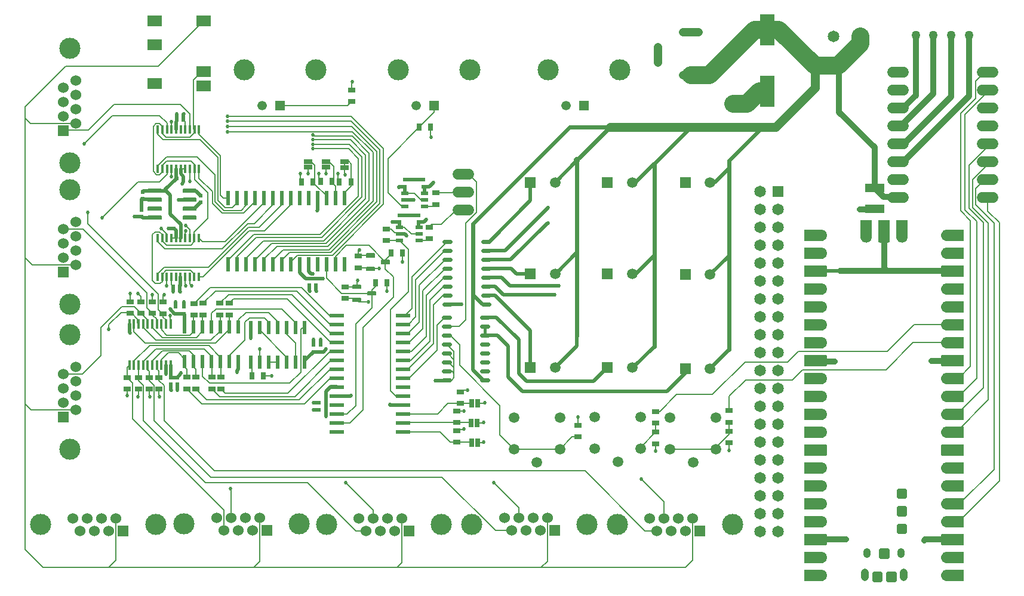
<source format=gbr>
G04 EAGLE Gerber RS-274X export*
G75*
%MOMM*%
%FSLAX34Y34*%
%LPD*%
%INTop Copper*%
%IPPOS*%
%AMOC8*
5,1,8,0,0,1.08239X$1,22.5*%
G01*
G04 Define Apertures*
%ADD10R,2.000000X1.500000*%
%ADD11R,2.715300X1.164600*%
%ADD12R,0.560000X0.629100*%
%ADD13R,0.629100X0.560000*%
%ADD14R,2.115300X4.415700*%
%ADD15R,1.500000X1.500000*%
%ADD16C,1.500000*%
%ADD17R,2.000000X0.600000*%
%ADD18R,0.600000X2.000000*%
%ADD19C,1.524000*%
%ADD20R,0.635000X1.270000*%
%ADD21R,1.270000X0.635000*%
%ADD22R,1.335000X1.335000*%
%ADD23C,1.335000*%
%ADD24C,3.000000*%
%ADD25C,1.524000*%
%ADD26R,1.524000X1.524000*%
%ADD27C,1.200000*%
%ADD28C,1.260000*%
%ADD29R,0.973900X0.798700*%
%ADD30R,0.798700X0.973900*%
%ADD31R,0.355600X1.409700*%
%ADD32R,1.000000X1.000000*%
%ADD33C,0.600000*%
%ADD34C,1.100000*%
%ADD35C,1.050000*%
%ADD36R,0.558800X1.981200*%
%ADD37R,1.650000X1.650000*%
%ADD38C,1.650000*%
%ADD39C,0.150000*%
%ADD40R,0.977900X0.558800*%
%ADD41R,0.304800X1.168400*%
%ADD42C,0.147500*%
%ADD43C,0.203200*%
%ADD44C,0.152400*%
%ADD45C,2.540000*%
%ADD46C,0.525000*%
%ADD47C,0.812800*%
%ADD48C,0.508000*%
%ADD49C,1.270000*%
%ADD50C,0.609600*%
%ADD51C,0.406400*%
G36*
X1136808Y76100D02*
X1136808Y92200D01*
X1166862Y92200D01*
X1167389Y92131D01*
X1167884Y91926D01*
X1168308Y91600D01*
X1168634Y91175D01*
X1168839Y90681D01*
X1168908Y90153D01*
X1168908Y78147D01*
X1168839Y77619D01*
X1168634Y77125D01*
X1168308Y76700D01*
X1167884Y76374D01*
X1167389Y76169D01*
X1166862Y76100D01*
X1136808Y76100D01*
G37*
G36*
X1136808Y76100D02*
X1136808Y92200D01*
X1166862Y92200D01*
X1167389Y92131D01*
X1167884Y91926D01*
X1168308Y91600D01*
X1168634Y91175D01*
X1168839Y90681D01*
X1168908Y90153D01*
X1168908Y78147D01*
X1168839Y77619D01*
X1168634Y77125D01*
X1168308Y76700D01*
X1167884Y76374D01*
X1167389Y76169D01*
X1166862Y76100D01*
X1136808Y76100D01*
G37*
G36*
X1136808Y203100D02*
X1136808Y219200D01*
X1166862Y219200D01*
X1167389Y219131D01*
X1167884Y218926D01*
X1168308Y218600D01*
X1168634Y218175D01*
X1168839Y217681D01*
X1168908Y217153D01*
X1168908Y205147D01*
X1168839Y204619D01*
X1168634Y204125D01*
X1168308Y203700D01*
X1167884Y203374D01*
X1167389Y203169D01*
X1166862Y203100D01*
X1136808Y203100D01*
G37*
G36*
X1136808Y203100D02*
X1136808Y219200D01*
X1166862Y219200D01*
X1167389Y219131D01*
X1167884Y218926D01*
X1168308Y218600D01*
X1168634Y218175D01*
X1168839Y217681D01*
X1168908Y217153D01*
X1168908Y205147D01*
X1168839Y204619D01*
X1168634Y204125D01*
X1168308Y203700D01*
X1167884Y203374D01*
X1167389Y203169D01*
X1166862Y203100D01*
X1136808Y203100D01*
G37*
G36*
X1136808Y330100D02*
X1136808Y346200D01*
X1166862Y346200D01*
X1167389Y346131D01*
X1167884Y345926D01*
X1168308Y345600D01*
X1168634Y345175D01*
X1168839Y344681D01*
X1168908Y344153D01*
X1168908Y332147D01*
X1168839Y331619D01*
X1168634Y331125D01*
X1168308Y330700D01*
X1167884Y330374D01*
X1167389Y330169D01*
X1166862Y330100D01*
X1136808Y330100D01*
G37*
G36*
X1136808Y330100D02*
X1136808Y346200D01*
X1166862Y346200D01*
X1167389Y346131D01*
X1167884Y345926D01*
X1168308Y345600D01*
X1168634Y345175D01*
X1168839Y344681D01*
X1168908Y344153D01*
X1168908Y332147D01*
X1168839Y331619D01*
X1168634Y331125D01*
X1168308Y330700D01*
X1167884Y330374D01*
X1167389Y330169D01*
X1166862Y330100D01*
X1136808Y330100D01*
G37*
G36*
X1136808Y457100D02*
X1136808Y473200D01*
X1166862Y473200D01*
X1167389Y473131D01*
X1167884Y472926D01*
X1168308Y472600D01*
X1168634Y472175D01*
X1168839Y471681D01*
X1168908Y471153D01*
X1168908Y459147D01*
X1168839Y458619D01*
X1168634Y458125D01*
X1168308Y457700D01*
X1167884Y457374D01*
X1167389Y457169D01*
X1166862Y457100D01*
X1136808Y457100D01*
G37*
G36*
X1136808Y457100D02*
X1136808Y473200D01*
X1166862Y473200D01*
X1167389Y473131D01*
X1167884Y472926D01*
X1168308Y472600D01*
X1168634Y472175D01*
X1168839Y471681D01*
X1168908Y471153D01*
X1168908Y459147D01*
X1168839Y458619D01*
X1168634Y458125D01*
X1168308Y457700D01*
X1167884Y457374D01*
X1167389Y457169D01*
X1166862Y457100D01*
X1136808Y457100D01*
G37*
G36*
X1241708Y507647D02*
X1241708Y537700D01*
X1257808Y537700D01*
X1257808Y507647D01*
X1257739Y507119D01*
X1257534Y506625D01*
X1257208Y506200D01*
X1256784Y505874D01*
X1256289Y505669D01*
X1255762Y505600D01*
X1243755Y505600D01*
X1243228Y505669D01*
X1242733Y505874D01*
X1242309Y506200D01*
X1241983Y506625D01*
X1241778Y507119D01*
X1241708Y507647D01*
G37*
G36*
X1241708Y507647D02*
X1241708Y537700D01*
X1257808Y537700D01*
X1257808Y507647D01*
X1257739Y507119D01*
X1257534Y506625D01*
X1257208Y506200D01*
X1256784Y505874D01*
X1256289Y505669D01*
X1255762Y505600D01*
X1243755Y505600D01*
X1243228Y505669D01*
X1242733Y505874D01*
X1242309Y506200D01*
X1241983Y506625D01*
X1241778Y507119D01*
X1241708Y507647D01*
G37*
G36*
X1332128Y92131D02*
X1332655Y92200D01*
X1362708Y92200D01*
X1362708Y76100D01*
X1332655Y76100D01*
X1332128Y76169D01*
X1331633Y76374D01*
X1331209Y76700D01*
X1330883Y77125D01*
X1330678Y77619D01*
X1330608Y78147D01*
X1330608Y90153D01*
X1330678Y90681D01*
X1330883Y91175D01*
X1331209Y91600D01*
X1331633Y91926D01*
X1332128Y92131D01*
G37*
G36*
X1332128Y92131D02*
X1332655Y92200D01*
X1362708Y92200D01*
X1362708Y76100D01*
X1332655Y76100D01*
X1332128Y76169D01*
X1331633Y76374D01*
X1331209Y76700D01*
X1330883Y77125D01*
X1330678Y77619D01*
X1330608Y78147D01*
X1330608Y90153D01*
X1330678Y90681D01*
X1330883Y91175D01*
X1331209Y91600D01*
X1331633Y91926D01*
X1332128Y92131D01*
G37*
G36*
X1332128Y219131D02*
X1332655Y219200D01*
X1362708Y219200D01*
X1362708Y203100D01*
X1332655Y203100D01*
X1332128Y203169D01*
X1331633Y203374D01*
X1331209Y203700D01*
X1330883Y204125D01*
X1330678Y204619D01*
X1330608Y205147D01*
X1330608Y217153D01*
X1330678Y217681D01*
X1330883Y218175D01*
X1331209Y218600D01*
X1331633Y218926D01*
X1332128Y219131D01*
G37*
G36*
X1332128Y219131D02*
X1332655Y219200D01*
X1362708Y219200D01*
X1362708Y203100D01*
X1332655Y203100D01*
X1332128Y203169D01*
X1331633Y203374D01*
X1331209Y203700D01*
X1330883Y204125D01*
X1330678Y204619D01*
X1330608Y205147D01*
X1330608Y217153D01*
X1330678Y217681D01*
X1330883Y218175D01*
X1331209Y218600D01*
X1331633Y218926D01*
X1332128Y219131D01*
G37*
G36*
X1332128Y346131D02*
X1332655Y346200D01*
X1362708Y346200D01*
X1362708Y330100D01*
X1332655Y330100D01*
X1332128Y330169D01*
X1331633Y330374D01*
X1331209Y330700D01*
X1330883Y331125D01*
X1330678Y331619D01*
X1330608Y332147D01*
X1330608Y344153D01*
X1330678Y344681D01*
X1330883Y345175D01*
X1331209Y345600D01*
X1331633Y345926D01*
X1332128Y346131D01*
G37*
G36*
X1332128Y346131D02*
X1332655Y346200D01*
X1362708Y346200D01*
X1362708Y330100D01*
X1332655Y330100D01*
X1332128Y330169D01*
X1331633Y330374D01*
X1331209Y330700D01*
X1330883Y331125D01*
X1330678Y331619D01*
X1330608Y332147D01*
X1330608Y344153D01*
X1330678Y344681D01*
X1330883Y345175D01*
X1331209Y345600D01*
X1331633Y345926D01*
X1332128Y346131D01*
G37*
G36*
X1332128Y473131D02*
X1332655Y473200D01*
X1362708Y473200D01*
X1362708Y457100D01*
X1332655Y457100D01*
X1332128Y457169D01*
X1331633Y457374D01*
X1331209Y457700D01*
X1330883Y458125D01*
X1330678Y458619D01*
X1330608Y459147D01*
X1330608Y471153D01*
X1330678Y471681D01*
X1330883Y472175D01*
X1331209Y472600D01*
X1331633Y472926D01*
X1332128Y473131D01*
G37*
G36*
X1332128Y473131D02*
X1332655Y473200D01*
X1362708Y473200D01*
X1362708Y457100D01*
X1332655Y457100D01*
X1332128Y457169D01*
X1331633Y457374D01*
X1331209Y457700D01*
X1330883Y458125D01*
X1330678Y458619D01*
X1330608Y459147D01*
X1330608Y471153D01*
X1330678Y471681D01*
X1330883Y472175D01*
X1331209Y472600D01*
X1331633Y472926D01*
X1332128Y473131D01*
G37*
G36*
X1136808Y25300D02*
X1136808Y41400D01*
X1160861Y41400D01*
X1162429Y41246D01*
X1163939Y40787D01*
X1165331Y40044D01*
X1166551Y39042D01*
X1167552Y37822D01*
X1168296Y36431D01*
X1168754Y34921D01*
X1168909Y33350D01*
X1168754Y31779D01*
X1168296Y30269D01*
X1167552Y28878D01*
X1166551Y27658D01*
X1165331Y26656D01*
X1163939Y25913D01*
X1162429Y25454D01*
X1160861Y25300D01*
X1136808Y25300D01*
G37*
G36*
X1136808Y25300D02*
X1136808Y41400D01*
X1160861Y41400D01*
X1162429Y41246D01*
X1163939Y40787D01*
X1165331Y40044D01*
X1166551Y39042D01*
X1167552Y37822D01*
X1168296Y36431D01*
X1168754Y34921D01*
X1168909Y33350D01*
X1168754Y31779D01*
X1168296Y30269D01*
X1167552Y28878D01*
X1166551Y27658D01*
X1165331Y26656D01*
X1163939Y25913D01*
X1162429Y25454D01*
X1160861Y25300D01*
X1136808Y25300D01*
G37*
G36*
X1136808Y50700D02*
X1136808Y66800D01*
X1160861Y66800D01*
X1162429Y66646D01*
X1163939Y66187D01*
X1165331Y65444D01*
X1166551Y64442D01*
X1167552Y63222D01*
X1168296Y61831D01*
X1168754Y60321D01*
X1168909Y58750D01*
X1168754Y57179D01*
X1168296Y55669D01*
X1167552Y54278D01*
X1166551Y53058D01*
X1165331Y52056D01*
X1163939Y51313D01*
X1162429Y50854D01*
X1160861Y50700D01*
X1136808Y50700D01*
G37*
G36*
X1136808Y50700D02*
X1136808Y66800D01*
X1160861Y66800D01*
X1162429Y66646D01*
X1163939Y66187D01*
X1165331Y65444D01*
X1166551Y64442D01*
X1167552Y63222D01*
X1168296Y61831D01*
X1168754Y60321D01*
X1168909Y58750D01*
X1168754Y57179D01*
X1168296Y55669D01*
X1167552Y54278D01*
X1166551Y53058D01*
X1165331Y52056D01*
X1163939Y51313D01*
X1162429Y50854D01*
X1160861Y50700D01*
X1136808Y50700D01*
G37*
G36*
X1136808Y101500D02*
X1136808Y117600D01*
X1160861Y117600D01*
X1162429Y117446D01*
X1163939Y116987D01*
X1165331Y116244D01*
X1166551Y115242D01*
X1167552Y114022D01*
X1168296Y112631D01*
X1168754Y111121D01*
X1168909Y109550D01*
X1168754Y107979D01*
X1168296Y106469D01*
X1167552Y105078D01*
X1166551Y103858D01*
X1165331Y102856D01*
X1163939Y102113D01*
X1162429Y101654D01*
X1160861Y101500D01*
X1136808Y101500D01*
G37*
G36*
X1136808Y101500D02*
X1136808Y117600D01*
X1160861Y117600D01*
X1162429Y117446D01*
X1163939Y116987D01*
X1165331Y116244D01*
X1166551Y115242D01*
X1167552Y114022D01*
X1168296Y112631D01*
X1168754Y111121D01*
X1168909Y109550D01*
X1168754Y107979D01*
X1168296Y106469D01*
X1167552Y105078D01*
X1166551Y103858D01*
X1165331Y102856D01*
X1163939Y102113D01*
X1162429Y101654D01*
X1160861Y101500D01*
X1136808Y101500D01*
G37*
G36*
X1136808Y126900D02*
X1136808Y143000D01*
X1160861Y143000D01*
X1162429Y142846D01*
X1163939Y142387D01*
X1165331Y141644D01*
X1166551Y140642D01*
X1167552Y139422D01*
X1168296Y138031D01*
X1168754Y136521D01*
X1168909Y134950D01*
X1168754Y133379D01*
X1168296Y131869D01*
X1167552Y130478D01*
X1166551Y129258D01*
X1165331Y128256D01*
X1163939Y127513D01*
X1162429Y127054D01*
X1160861Y126900D01*
X1136808Y126900D01*
G37*
G36*
X1136808Y126900D02*
X1136808Y143000D01*
X1160861Y143000D01*
X1162429Y142846D01*
X1163939Y142387D01*
X1165331Y141644D01*
X1166551Y140642D01*
X1167552Y139422D01*
X1168296Y138031D01*
X1168754Y136521D01*
X1168909Y134950D01*
X1168754Y133379D01*
X1168296Y131869D01*
X1167552Y130478D01*
X1166551Y129258D01*
X1165331Y128256D01*
X1163939Y127513D01*
X1162429Y127054D01*
X1160861Y126900D01*
X1136808Y126900D01*
G37*
G36*
X1136808Y152300D02*
X1136808Y168400D01*
X1160861Y168400D01*
X1162429Y168246D01*
X1163939Y167787D01*
X1165331Y167044D01*
X1166551Y166042D01*
X1167552Y164822D01*
X1168296Y163431D01*
X1168754Y161921D01*
X1168909Y160350D01*
X1168754Y158779D01*
X1168296Y157269D01*
X1167552Y155878D01*
X1166551Y154658D01*
X1165331Y153656D01*
X1163939Y152913D01*
X1162429Y152454D01*
X1160861Y152300D01*
X1136808Y152300D01*
G37*
G36*
X1136808Y152300D02*
X1136808Y168400D01*
X1160861Y168400D01*
X1162429Y168246D01*
X1163939Y167787D01*
X1165331Y167044D01*
X1166551Y166042D01*
X1167552Y164822D01*
X1168296Y163431D01*
X1168754Y161921D01*
X1168909Y160350D01*
X1168754Y158779D01*
X1168296Y157269D01*
X1167552Y155878D01*
X1166551Y154658D01*
X1165331Y153656D01*
X1163939Y152913D01*
X1162429Y152454D01*
X1160861Y152300D01*
X1136808Y152300D01*
G37*
G36*
X1136808Y177700D02*
X1136808Y193800D01*
X1160861Y193800D01*
X1162429Y193646D01*
X1163939Y193187D01*
X1165331Y192444D01*
X1166551Y191442D01*
X1167552Y190222D01*
X1168296Y188831D01*
X1168754Y187321D01*
X1168909Y185750D01*
X1168754Y184179D01*
X1168296Y182669D01*
X1167552Y181278D01*
X1166551Y180058D01*
X1165331Y179056D01*
X1163939Y178313D01*
X1162429Y177854D01*
X1160861Y177700D01*
X1136808Y177700D01*
G37*
G36*
X1136808Y177700D02*
X1136808Y193800D01*
X1160861Y193800D01*
X1162429Y193646D01*
X1163939Y193187D01*
X1165331Y192444D01*
X1166551Y191442D01*
X1167552Y190222D01*
X1168296Y188831D01*
X1168754Y187321D01*
X1168909Y185750D01*
X1168754Y184179D01*
X1168296Y182669D01*
X1167552Y181278D01*
X1166551Y180058D01*
X1165331Y179056D01*
X1163939Y178313D01*
X1162429Y177854D01*
X1160861Y177700D01*
X1136808Y177700D01*
G37*
G36*
X1136808Y228500D02*
X1136808Y244600D01*
X1160861Y244600D01*
X1162429Y244446D01*
X1163939Y243987D01*
X1165331Y243244D01*
X1166551Y242242D01*
X1167552Y241022D01*
X1168296Y239631D01*
X1168754Y238121D01*
X1168909Y236550D01*
X1168754Y234979D01*
X1168296Y233469D01*
X1167552Y232078D01*
X1166551Y230858D01*
X1165331Y229856D01*
X1163939Y229113D01*
X1162429Y228654D01*
X1160861Y228500D01*
X1136808Y228500D01*
G37*
G36*
X1136808Y228500D02*
X1136808Y244600D01*
X1160861Y244600D01*
X1162429Y244446D01*
X1163939Y243987D01*
X1165331Y243244D01*
X1166551Y242242D01*
X1167552Y241022D01*
X1168296Y239631D01*
X1168754Y238121D01*
X1168909Y236550D01*
X1168754Y234979D01*
X1168296Y233469D01*
X1167552Y232078D01*
X1166551Y230858D01*
X1165331Y229856D01*
X1163939Y229113D01*
X1162429Y228654D01*
X1160861Y228500D01*
X1136808Y228500D01*
G37*
G36*
X1136808Y253900D02*
X1136808Y270000D01*
X1160861Y270000D01*
X1162429Y269846D01*
X1163939Y269387D01*
X1165331Y268644D01*
X1166551Y267642D01*
X1167552Y266422D01*
X1168296Y265031D01*
X1168754Y263521D01*
X1168909Y261950D01*
X1168754Y260379D01*
X1168296Y258869D01*
X1167552Y257478D01*
X1166551Y256258D01*
X1165331Y255256D01*
X1163939Y254513D01*
X1162429Y254054D01*
X1160861Y253900D01*
X1136808Y253900D01*
G37*
G36*
X1136808Y253900D02*
X1136808Y270000D01*
X1160861Y270000D01*
X1162429Y269846D01*
X1163939Y269387D01*
X1165331Y268644D01*
X1166551Y267642D01*
X1167552Y266422D01*
X1168296Y265031D01*
X1168754Y263521D01*
X1168909Y261950D01*
X1168754Y260379D01*
X1168296Y258869D01*
X1167552Y257478D01*
X1166551Y256258D01*
X1165331Y255256D01*
X1163939Y254513D01*
X1162429Y254054D01*
X1160861Y253900D01*
X1136808Y253900D01*
G37*
G36*
X1136808Y279300D02*
X1136808Y295400D01*
X1160861Y295400D01*
X1162429Y295246D01*
X1163939Y294787D01*
X1165331Y294044D01*
X1166551Y293042D01*
X1167552Y291822D01*
X1168296Y290431D01*
X1168754Y288921D01*
X1168909Y287350D01*
X1168754Y285779D01*
X1168296Y284269D01*
X1167552Y282878D01*
X1166551Y281658D01*
X1165331Y280656D01*
X1163939Y279913D01*
X1162429Y279454D01*
X1160861Y279300D01*
X1136808Y279300D01*
G37*
G36*
X1136808Y279300D02*
X1136808Y295400D01*
X1160861Y295400D01*
X1162429Y295246D01*
X1163939Y294787D01*
X1165331Y294044D01*
X1166551Y293042D01*
X1167552Y291822D01*
X1168296Y290431D01*
X1168754Y288921D01*
X1168909Y287350D01*
X1168754Y285779D01*
X1168296Y284269D01*
X1167552Y282878D01*
X1166551Y281658D01*
X1165331Y280656D01*
X1163939Y279913D01*
X1162429Y279454D01*
X1160861Y279300D01*
X1136808Y279300D01*
G37*
G36*
X1136808Y304700D02*
X1136808Y320800D01*
X1160861Y320800D01*
X1162429Y320646D01*
X1163939Y320187D01*
X1165331Y319444D01*
X1166551Y318442D01*
X1167552Y317222D01*
X1168296Y315831D01*
X1168754Y314321D01*
X1168909Y312750D01*
X1168754Y311179D01*
X1168296Y309669D01*
X1167552Y308278D01*
X1166551Y307058D01*
X1165331Y306056D01*
X1163939Y305313D01*
X1162429Y304854D01*
X1160861Y304700D01*
X1136808Y304700D01*
G37*
G36*
X1136808Y304700D02*
X1136808Y320800D01*
X1160861Y320800D01*
X1162429Y320646D01*
X1163939Y320187D01*
X1165331Y319444D01*
X1166551Y318442D01*
X1167552Y317222D01*
X1168296Y315831D01*
X1168754Y314321D01*
X1168909Y312750D01*
X1168754Y311179D01*
X1168296Y309669D01*
X1167552Y308278D01*
X1166551Y307058D01*
X1165331Y306056D01*
X1163939Y305313D01*
X1162429Y304854D01*
X1160861Y304700D01*
X1136808Y304700D01*
G37*
G36*
X1136808Y355500D02*
X1136808Y371600D01*
X1160861Y371600D01*
X1162429Y371446D01*
X1163939Y370987D01*
X1165331Y370244D01*
X1166551Y369242D01*
X1167552Y368022D01*
X1168296Y366631D01*
X1168754Y365121D01*
X1168909Y363550D01*
X1168754Y361979D01*
X1168296Y360469D01*
X1167552Y359078D01*
X1166551Y357858D01*
X1165331Y356856D01*
X1163939Y356113D01*
X1162429Y355654D01*
X1160861Y355500D01*
X1136808Y355500D01*
G37*
G36*
X1136808Y355500D02*
X1136808Y371600D01*
X1160861Y371600D01*
X1162429Y371446D01*
X1163939Y370987D01*
X1165331Y370244D01*
X1166551Y369242D01*
X1167552Y368022D01*
X1168296Y366631D01*
X1168754Y365121D01*
X1168909Y363550D01*
X1168754Y361979D01*
X1168296Y360469D01*
X1167552Y359078D01*
X1166551Y357858D01*
X1165331Y356856D01*
X1163939Y356113D01*
X1162429Y355654D01*
X1160861Y355500D01*
X1136808Y355500D01*
G37*
G36*
X1136808Y380900D02*
X1136808Y397000D01*
X1160861Y397000D01*
X1162429Y396846D01*
X1163939Y396387D01*
X1165331Y395644D01*
X1166551Y394642D01*
X1167552Y393422D01*
X1168296Y392031D01*
X1168754Y390521D01*
X1168909Y388950D01*
X1168754Y387379D01*
X1168296Y385869D01*
X1167552Y384478D01*
X1166551Y383258D01*
X1165331Y382256D01*
X1163939Y381513D01*
X1162429Y381054D01*
X1160861Y380900D01*
X1136808Y380900D01*
G37*
G36*
X1136808Y380900D02*
X1136808Y397000D01*
X1160861Y397000D01*
X1162429Y396846D01*
X1163939Y396387D01*
X1165331Y395644D01*
X1166551Y394642D01*
X1167552Y393422D01*
X1168296Y392031D01*
X1168754Y390521D01*
X1168909Y388950D01*
X1168754Y387379D01*
X1168296Y385869D01*
X1167552Y384478D01*
X1166551Y383258D01*
X1165331Y382256D01*
X1163939Y381513D01*
X1162429Y381054D01*
X1160861Y380900D01*
X1136808Y380900D01*
G37*
G36*
X1136808Y406300D02*
X1136808Y422400D01*
X1160861Y422400D01*
X1162429Y422246D01*
X1163939Y421787D01*
X1165331Y421044D01*
X1166551Y420042D01*
X1167552Y418822D01*
X1168296Y417431D01*
X1168754Y415921D01*
X1168909Y414350D01*
X1168754Y412779D01*
X1168296Y411269D01*
X1167552Y409878D01*
X1166551Y408658D01*
X1165331Y407656D01*
X1163939Y406913D01*
X1162429Y406454D01*
X1160861Y406300D01*
X1136808Y406300D01*
G37*
G36*
X1136808Y406300D02*
X1136808Y422400D01*
X1160861Y422400D01*
X1162429Y422246D01*
X1163939Y421787D01*
X1165331Y421044D01*
X1166551Y420042D01*
X1167552Y418822D01*
X1168296Y417431D01*
X1168754Y415921D01*
X1168909Y414350D01*
X1168754Y412779D01*
X1168296Y411269D01*
X1167552Y409878D01*
X1166551Y408658D01*
X1165331Y407656D01*
X1163939Y406913D01*
X1162429Y406454D01*
X1160861Y406300D01*
X1136808Y406300D01*
G37*
G36*
X1136808Y431700D02*
X1136808Y447800D01*
X1160861Y447800D01*
X1162429Y447646D01*
X1163939Y447187D01*
X1165331Y446444D01*
X1166551Y445442D01*
X1167552Y444222D01*
X1168296Y442831D01*
X1168754Y441321D01*
X1168909Y439750D01*
X1168754Y438179D01*
X1168296Y436669D01*
X1167552Y435278D01*
X1166551Y434058D01*
X1165331Y433056D01*
X1163939Y432313D01*
X1162429Y431854D01*
X1160861Y431700D01*
X1136808Y431700D01*
G37*
G36*
X1136808Y431700D02*
X1136808Y447800D01*
X1160861Y447800D01*
X1162429Y447646D01*
X1163939Y447187D01*
X1165331Y446444D01*
X1166551Y445442D01*
X1167552Y444222D01*
X1168296Y442831D01*
X1168754Y441321D01*
X1168909Y439750D01*
X1168754Y438179D01*
X1168296Y436669D01*
X1167552Y435278D01*
X1166551Y434058D01*
X1165331Y433056D01*
X1163939Y432313D01*
X1162429Y431854D01*
X1160861Y431700D01*
X1136808Y431700D01*
G37*
G36*
X1136808Y482500D02*
X1136808Y498600D01*
X1160861Y498600D01*
X1162429Y498446D01*
X1163939Y497987D01*
X1165331Y497244D01*
X1166551Y496242D01*
X1167552Y495022D01*
X1168296Y493631D01*
X1168754Y492121D01*
X1168909Y490550D01*
X1168754Y488979D01*
X1168296Y487469D01*
X1167552Y486078D01*
X1166551Y484858D01*
X1165331Y483856D01*
X1163939Y483113D01*
X1162429Y482654D01*
X1160861Y482500D01*
X1136808Y482500D01*
G37*
G36*
X1136808Y482500D02*
X1136808Y498600D01*
X1160861Y498600D01*
X1162429Y498446D01*
X1163939Y497987D01*
X1165331Y497244D01*
X1166551Y496242D01*
X1167552Y495022D01*
X1168296Y493631D01*
X1168754Y492121D01*
X1168909Y490550D01*
X1168754Y488979D01*
X1168296Y487469D01*
X1167552Y486078D01*
X1166551Y484858D01*
X1165331Y483856D01*
X1163939Y483113D01*
X1162429Y482654D01*
X1160861Y482500D01*
X1136808Y482500D01*
G37*
G36*
X1136808Y507900D02*
X1136808Y524000D01*
X1160861Y524000D01*
X1162429Y523846D01*
X1163939Y523387D01*
X1165331Y522644D01*
X1166551Y521642D01*
X1167552Y520422D01*
X1168296Y519031D01*
X1168754Y517521D01*
X1168909Y515950D01*
X1168754Y514379D01*
X1168296Y512869D01*
X1167552Y511478D01*
X1166551Y510258D01*
X1165331Y509256D01*
X1163939Y508513D01*
X1162429Y508054D01*
X1160861Y507900D01*
X1136808Y507900D01*
G37*
G36*
X1136808Y507900D02*
X1136808Y524000D01*
X1160861Y524000D01*
X1162429Y523846D01*
X1163939Y523387D01*
X1165331Y522644D01*
X1166551Y521642D01*
X1167552Y520422D01*
X1168296Y519031D01*
X1168754Y517521D01*
X1168909Y515950D01*
X1168754Y514379D01*
X1168296Y512869D01*
X1167552Y511478D01*
X1166551Y510258D01*
X1165331Y509256D01*
X1163939Y508513D01*
X1162429Y508054D01*
X1160861Y507900D01*
X1136808Y507900D01*
G37*
G36*
X1216308Y513648D02*
X1216308Y537700D01*
X1232408Y537700D01*
X1232408Y513648D01*
X1232254Y512079D01*
X1231796Y510569D01*
X1231052Y509178D01*
X1230051Y507958D01*
X1228831Y506956D01*
X1227439Y506213D01*
X1225929Y505754D01*
X1224358Y505600D01*
X1222788Y505754D01*
X1221278Y506213D01*
X1219886Y506956D01*
X1218666Y507958D01*
X1217665Y509178D01*
X1216921Y510569D01*
X1216463Y512079D01*
X1216308Y513648D01*
G37*
G36*
X1216308Y513648D02*
X1216308Y537700D01*
X1232408Y537700D01*
X1232408Y513648D01*
X1232254Y512079D01*
X1231796Y510569D01*
X1231052Y509178D01*
X1230051Y507958D01*
X1228831Y506956D01*
X1227439Y506213D01*
X1225929Y505754D01*
X1224358Y505600D01*
X1222788Y505754D01*
X1221278Y506213D01*
X1219886Y506956D01*
X1218666Y507958D01*
X1217665Y509178D01*
X1216921Y510569D01*
X1216463Y512079D01*
X1216308Y513648D01*
G37*
G36*
X1267108Y513648D02*
X1267108Y537700D01*
X1283208Y537700D01*
X1283208Y513648D01*
X1283054Y512079D01*
X1282596Y510569D01*
X1281852Y509178D01*
X1280851Y507958D01*
X1279631Y506956D01*
X1278239Y506213D01*
X1276729Y505754D01*
X1275158Y505600D01*
X1273588Y505754D01*
X1272078Y506213D01*
X1270686Y506956D01*
X1269466Y507958D01*
X1268465Y509178D01*
X1267721Y510569D01*
X1267263Y512079D01*
X1267108Y513648D01*
G37*
G36*
X1267108Y513648D02*
X1267108Y537700D01*
X1283208Y537700D01*
X1283208Y513648D01*
X1283054Y512079D01*
X1282596Y510569D01*
X1281852Y509178D01*
X1280851Y507958D01*
X1279631Y506956D01*
X1278239Y506213D01*
X1276729Y505754D01*
X1275158Y505600D01*
X1273588Y505754D01*
X1272078Y506213D01*
X1270686Y506956D01*
X1269466Y507958D01*
X1268465Y509178D01*
X1267721Y510569D01*
X1267263Y512079D01*
X1267108Y513648D01*
G37*
G36*
X1337088Y41246D02*
X1338656Y41400D01*
X1362708Y41400D01*
X1362708Y25300D01*
X1338656Y25300D01*
X1337088Y25454D01*
X1335578Y25913D01*
X1334186Y26656D01*
X1332966Y27658D01*
X1331965Y28878D01*
X1331221Y30269D01*
X1330763Y31779D01*
X1330608Y33350D01*
X1330763Y34921D01*
X1331221Y36431D01*
X1331965Y37822D01*
X1332966Y39042D01*
X1334186Y40044D01*
X1335578Y40787D01*
X1337088Y41246D01*
G37*
G36*
X1337088Y41246D02*
X1338656Y41400D01*
X1362708Y41400D01*
X1362708Y25300D01*
X1338656Y25300D01*
X1337088Y25454D01*
X1335578Y25913D01*
X1334186Y26656D01*
X1332966Y27658D01*
X1331965Y28878D01*
X1331221Y30269D01*
X1330763Y31779D01*
X1330608Y33350D01*
X1330763Y34921D01*
X1331221Y36431D01*
X1331965Y37822D01*
X1332966Y39042D01*
X1334186Y40044D01*
X1335578Y40787D01*
X1337088Y41246D01*
G37*
G36*
X1337088Y66646D02*
X1338656Y66800D01*
X1362708Y66800D01*
X1362708Y50700D01*
X1338656Y50700D01*
X1337088Y50854D01*
X1335578Y51313D01*
X1334186Y52056D01*
X1332966Y53058D01*
X1331965Y54278D01*
X1331221Y55669D01*
X1330763Y57179D01*
X1330608Y58750D01*
X1330763Y60321D01*
X1331221Y61831D01*
X1331965Y63222D01*
X1332966Y64442D01*
X1334186Y65444D01*
X1335578Y66187D01*
X1337088Y66646D01*
G37*
G36*
X1337088Y66646D02*
X1338656Y66800D01*
X1362708Y66800D01*
X1362708Y50700D01*
X1338656Y50700D01*
X1337088Y50854D01*
X1335578Y51313D01*
X1334186Y52056D01*
X1332966Y53058D01*
X1331965Y54278D01*
X1331221Y55669D01*
X1330763Y57179D01*
X1330608Y58750D01*
X1330763Y60321D01*
X1331221Y61831D01*
X1331965Y63222D01*
X1332966Y64442D01*
X1334186Y65444D01*
X1335578Y66187D01*
X1337088Y66646D01*
G37*
G36*
X1337088Y117446D02*
X1338656Y117600D01*
X1362708Y117600D01*
X1362708Y101500D01*
X1338656Y101500D01*
X1337088Y101654D01*
X1335578Y102113D01*
X1334186Y102856D01*
X1332966Y103858D01*
X1331965Y105078D01*
X1331221Y106469D01*
X1330763Y107979D01*
X1330608Y109550D01*
X1330763Y111121D01*
X1331221Y112631D01*
X1331965Y114022D01*
X1332966Y115242D01*
X1334186Y116244D01*
X1335578Y116987D01*
X1337088Y117446D01*
G37*
G36*
X1337088Y117446D02*
X1338656Y117600D01*
X1362708Y117600D01*
X1362708Y101500D01*
X1338656Y101500D01*
X1337088Y101654D01*
X1335578Y102113D01*
X1334186Y102856D01*
X1332966Y103858D01*
X1331965Y105078D01*
X1331221Y106469D01*
X1330763Y107979D01*
X1330608Y109550D01*
X1330763Y111121D01*
X1331221Y112631D01*
X1331965Y114022D01*
X1332966Y115242D01*
X1334186Y116244D01*
X1335578Y116987D01*
X1337088Y117446D01*
G37*
G36*
X1337088Y142846D02*
X1338656Y143000D01*
X1362708Y143000D01*
X1362708Y126900D01*
X1338656Y126900D01*
X1337088Y127054D01*
X1335578Y127513D01*
X1334186Y128256D01*
X1332966Y129258D01*
X1331965Y130478D01*
X1331221Y131869D01*
X1330763Y133379D01*
X1330608Y134950D01*
X1330763Y136521D01*
X1331221Y138031D01*
X1331965Y139422D01*
X1332966Y140642D01*
X1334186Y141644D01*
X1335578Y142387D01*
X1337088Y142846D01*
G37*
G36*
X1337088Y142846D02*
X1338656Y143000D01*
X1362708Y143000D01*
X1362708Y126900D01*
X1338656Y126900D01*
X1337088Y127054D01*
X1335578Y127513D01*
X1334186Y128256D01*
X1332966Y129258D01*
X1331965Y130478D01*
X1331221Y131869D01*
X1330763Y133379D01*
X1330608Y134950D01*
X1330763Y136521D01*
X1331221Y138031D01*
X1331965Y139422D01*
X1332966Y140642D01*
X1334186Y141644D01*
X1335578Y142387D01*
X1337088Y142846D01*
G37*
G36*
X1337088Y168246D02*
X1338656Y168400D01*
X1362708Y168400D01*
X1362708Y152300D01*
X1338656Y152300D01*
X1337088Y152454D01*
X1335578Y152913D01*
X1334186Y153656D01*
X1332966Y154658D01*
X1331965Y155878D01*
X1331221Y157269D01*
X1330763Y158779D01*
X1330608Y160350D01*
X1330763Y161921D01*
X1331221Y163431D01*
X1331965Y164822D01*
X1332966Y166042D01*
X1334186Y167044D01*
X1335578Y167787D01*
X1337088Y168246D01*
G37*
G36*
X1337088Y168246D02*
X1338656Y168400D01*
X1362708Y168400D01*
X1362708Y152300D01*
X1338656Y152300D01*
X1337088Y152454D01*
X1335578Y152913D01*
X1334186Y153656D01*
X1332966Y154658D01*
X1331965Y155878D01*
X1331221Y157269D01*
X1330763Y158779D01*
X1330608Y160350D01*
X1330763Y161921D01*
X1331221Y163431D01*
X1331965Y164822D01*
X1332966Y166042D01*
X1334186Y167044D01*
X1335578Y167787D01*
X1337088Y168246D01*
G37*
G36*
X1337088Y193646D02*
X1338656Y193800D01*
X1362708Y193800D01*
X1362708Y177700D01*
X1338656Y177700D01*
X1337088Y177854D01*
X1335578Y178313D01*
X1334186Y179056D01*
X1332966Y180058D01*
X1331965Y181278D01*
X1331221Y182669D01*
X1330763Y184179D01*
X1330608Y185750D01*
X1330763Y187321D01*
X1331221Y188831D01*
X1331965Y190222D01*
X1332966Y191442D01*
X1334186Y192444D01*
X1335578Y193187D01*
X1337088Y193646D01*
G37*
G36*
X1337088Y193646D02*
X1338656Y193800D01*
X1362708Y193800D01*
X1362708Y177700D01*
X1338656Y177700D01*
X1337088Y177854D01*
X1335578Y178313D01*
X1334186Y179056D01*
X1332966Y180058D01*
X1331965Y181278D01*
X1331221Y182669D01*
X1330763Y184179D01*
X1330608Y185750D01*
X1330763Y187321D01*
X1331221Y188831D01*
X1331965Y190222D01*
X1332966Y191442D01*
X1334186Y192444D01*
X1335578Y193187D01*
X1337088Y193646D01*
G37*
G36*
X1337088Y244446D02*
X1338656Y244600D01*
X1362708Y244600D01*
X1362708Y228500D01*
X1338656Y228500D01*
X1337088Y228654D01*
X1335578Y229113D01*
X1334186Y229856D01*
X1332966Y230858D01*
X1331965Y232078D01*
X1331221Y233469D01*
X1330763Y234979D01*
X1330608Y236550D01*
X1330763Y238121D01*
X1331221Y239631D01*
X1331965Y241022D01*
X1332966Y242242D01*
X1334186Y243244D01*
X1335578Y243987D01*
X1337088Y244446D01*
G37*
G36*
X1337088Y244446D02*
X1338656Y244600D01*
X1362708Y244600D01*
X1362708Y228500D01*
X1338656Y228500D01*
X1337088Y228654D01*
X1335578Y229113D01*
X1334186Y229856D01*
X1332966Y230858D01*
X1331965Y232078D01*
X1331221Y233469D01*
X1330763Y234979D01*
X1330608Y236550D01*
X1330763Y238121D01*
X1331221Y239631D01*
X1331965Y241022D01*
X1332966Y242242D01*
X1334186Y243244D01*
X1335578Y243987D01*
X1337088Y244446D01*
G37*
G36*
X1337088Y269846D02*
X1338656Y270000D01*
X1362708Y270000D01*
X1362708Y253900D01*
X1338656Y253900D01*
X1337088Y254054D01*
X1335578Y254513D01*
X1334186Y255256D01*
X1332966Y256258D01*
X1331965Y257478D01*
X1331221Y258869D01*
X1330763Y260379D01*
X1330608Y261950D01*
X1330763Y263521D01*
X1331221Y265031D01*
X1331965Y266422D01*
X1332966Y267642D01*
X1334186Y268644D01*
X1335578Y269387D01*
X1337088Y269846D01*
G37*
G36*
X1337088Y269846D02*
X1338656Y270000D01*
X1362708Y270000D01*
X1362708Y253900D01*
X1338656Y253900D01*
X1337088Y254054D01*
X1335578Y254513D01*
X1334186Y255256D01*
X1332966Y256258D01*
X1331965Y257478D01*
X1331221Y258869D01*
X1330763Y260379D01*
X1330608Y261950D01*
X1330763Y263521D01*
X1331221Y265031D01*
X1331965Y266422D01*
X1332966Y267642D01*
X1334186Y268644D01*
X1335578Y269387D01*
X1337088Y269846D01*
G37*
G36*
X1337088Y295246D02*
X1338656Y295400D01*
X1362708Y295400D01*
X1362708Y279300D01*
X1338656Y279300D01*
X1337088Y279454D01*
X1335578Y279913D01*
X1334186Y280656D01*
X1332966Y281658D01*
X1331965Y282878D01*
X1331221Y284269D01*
X1330763Y285779D01*
X1330608Y287350D01*
X1330763Y288921D01*
X1331221Y290431D01*
X1331965Y291822D01*
X1332966Y293042D01*
X1334186Y294044D01*
X1335578Y294787D01*
X1337088Y295246D01*
G37*
G36*
X1337088Y295246D02*
X1338656Y295400D01*
X1362708Y295400D01*
X1362708Y279300D01*
X1338656Y279300D01*
X1337088Y279454D01*
X1335578Y279913D01*
X1334186Y280656D01*
X1332966Y281658D01*
X1331965Y282878D01*
X1331221Y284269D01*
X1330763Y285779D01*
X1330608Y287350D01*
X1330763Y288921D01*
X1331221Y290431D01*
X1331965Y291822D01*
X1332966Y293042D01*
X1334186Y294044D01*
X1335578Y294787D01*
X1337088Y295246D01*
G37*
G36*
X1337088Y320646D02*
X1338656Y320800D01*
X1362708Y320800D01*
X1362708Y304700D01*
X1338656Y304700D01*
X1337088Y304854D01*
X1335578Y305313D01*
X1334186Y306056D01*
X1332966Y307058D01*
X1331965Y308278D01*
X1331221Y309669D01*
X1330763Y311179D01*
X1330608Y312750D01*
X1330763Y314321D01*
X1331221Y315831D01*
X1331965Y317222D01*
X1332966Y318442D01*
X1334186Y319444D01*
X1335578Y320187D01*
X1337088Y320646D01*
G37*
G36*
X1337088Y320646D02*
X1338656Y320800D01*
X1362708Y320800D01*
X1362708Y304700D01*
X1338656Y304700D01*
X1337088Y304854D01*
X1335578Y305313D01*
X1334186Y306056D01*
X1332966Y307058D01*
X1331965Y308278D01*
X1331221Y309669D01*
X1330763Y311179D01*
X1330608Y312750D01*
X1330763Y314321D01*
X1331221Y315831D01*
X1331965Y317222D01*
X1332966Y318442D01*
X1334186Y319444D01*
X1335578Y320187D01*
X1337088Y320646D01*
G37*
G36*
X1337088Y371446D02*
X1338656Y371600D01*
X1362708Y371600D01*
X1362708Y355500D01*
X1338656Y355500D01*
X1337088Y355654D01*
X1335578Y356113D01*
X1334186Y356856D01*
X1332966Y357858D01*
X1331965Y359078D01*
X1331221Y360469D01*
X1330763Y361979D01*
X1330608Y363550D01*
X1330763Y365121D01*
X1331221Y366631D01*
X1331965Y368022D01*
X1332966Y369242D01*
X1334186Y370244D01*
X1335578Y370987D01*
X1337088Y371446D01*
G37*
G36*
X1337088Y371446D02*
X1338656Y371600D01*
X1362708Y371600D01*
X1362708Y355500D01*
X1338656Y355500D01*
X1337088Y355654D01*
X1335578Y356113D01*
X1334186Y356856D01*
X1332966Y357858D01*
X1331965Y359078D01*
X1331221Y360469D01*
X1330763Y361979D01*
X1330608Y363550D01*
X1330763Y365121D01*
X1331221Y366631D01*
X1331965Y368022D01*
X1332966Y369242D01*
X1334186Y370244D01*
X1335578Y370987D01*
X1337088Y371446D01*
G37*
G36*
X1337088Y396846D02*
X1338656Y397000D01*
X1362708Y397000D01*
X1362708Y380900D01*
X1338656Y380900D01*
X1337088Y381054D01*
X1335578Y381513D01*
X1334186Y382256D01*
X1332966Y383258D01*
X1331965Y384478D01*
X1331221Y385869D01*
X1330763Y387379D01*
X1330608Y388950D01*
X1330763Y390521D01*
X1331221Y392031D01*
X1331965Y393422D01*
X1332966Y394642D01*
X1334186Y395644D01*
X1335578Y396387D01*
X1337088Y396846D01*
G37*
G36*
X1337088Y396846D02*
X1338656Y397000D01*
X1362708Y397000D01*
X1362708Y380900D01*
X1338656Y380900D01*
X1337088Y381054D01*
X1335578Y381513D01*
X1334186Y382256D01*
X1332966Y383258D01*
X1331965Y384478D01*
X1331221Y385869D01*
X1330763Y387379D01*
X1330608Y388950D01*
X1330763Y390521D01*
X1331221Y392031D01*
X1331965Y393422D01*
X1332966Y394642D01*
X1334186Y395644D01*
X1335578Y396387D01*
X1337088Y396846D01*
G37*
G36*
X1337088Y422246D02*
X1338656Y422400D01*
X1362708Y422400D01*
X1362708Y406300D01*
X1338656Y406300D01*
X1337088Y406454D01*
X1335578Y406913D01*
X1334186Y407656D01*
X1332966Y408658D01*
X1331965Y409878D01*
X1331221Y411269D01*
X1330763Y412779D01*
X1330608Y414350D01*
X1330763Y415921D01*
X1331221Y417431D01*
X1331965Y418822D01*
X1332966Y420042D01*
X1334186Y421044D01*
X1335578Y421787D01*
X1337088Y422246D01*
G37*
G36*
X1337088Y422246D02*
X1338656Y422400D01*
X1362708Y422400D01*
X1362708Y406300D01*
X1338656Y406300D01*
X1337088Y406454D01*
X1335578Y406913D01*
X1334186Y407656D01*
X1332966Y408658D01*
X1331965Y409878D01*
X1331221Y411269D01*
X1330763Y412779D01*
X1330608Y414350D01*
X1330763Y415921D01*
X1331221Y417431D01*
X1331965Y418822D01*
X1332966Y420042D01*
X1334186Y421044D01*
X1335578Y421787D01*
X1337088Y422246D01*
G37*
G36*
X1337088Y447646D02*
X1338656Y447800D01*
X1362708Y447800D01*
X1362708Y431700D01*
X1338656Y431700D01*
X1337088Y431854D01*
X1335578Y432313D01*
X1334186Y433056D01*
X1332966Y434058D01*
X1331965Y435278D01*
X1331221Y436669D01*
X1330763Y438179D01*
X1330608Y439750D01*
X1330763Y441321D01*
X1331221Y442831D01*
X1331965Y444222D01*
X1332966Y445442D01*
X1334186Y446444D01*
X1335578Y447187D01*
X1337088Y447646D01*
G37*
G36*
X1337088Y447646D02*
X1338656Y447800D01*
X1362708Y447800D01*
X1362708Y431700D01*
X1338656Y431700D01*
X1337088Y431854D01*
X1335578Y432313D01*
X1334186Y433056D01*
X1332966Y434058D01*
X1331965Y435278D01*
X1331221Y436669D01*
X1330763Y438179D01*
X1330608Y439750D01*
X1330763Y441321D01*
X1331221Y442831D01*
X1331965Y444222D01*
X1332966Y445442D01*
X1334186Y446444D01*
X1335578Y447187D01*
X1337088Y447646D01*
G37*
G36*
X1337088Y498446D02*
X1338656Y498600D01*
X1362708Y498600D01*
X1362708Y482500D01*
X1338656Y482500D01*
X1337088Y482654D01*
X1335578Y483113D01*
X1334186Y483856D01*
X1332966Y484858D01*
X1331965Y486078D01*
X1331221Y487469D01*
X1330763Y488979D01*
X1330608Y490550D01*
X1330763Y492121D01*
X1331221Y493631D01*
X1331965Y495022D01*
X1332966Y496242D01*
X1334186Y497244D01*
X1335578Y497987D01*
X1337088Y498446D01*
G37*
G36*
X1337088Y498446D02*
X1338656Y498600D01*
X1362708Y498600D01*
X1362708Y482500D01*
X1338656Y482500D01*
X1337088Y482654D01*
X1335578Y483113D01*
X1334186Y483856D01*
X1332966Y484858D01*
X1331965Y486078D01*
X1331221Y487469D01*
X1330763Y488979D01*
X1330608Y490550D01*
X1330763Y492121D01*
X1331221Y493631D01*
X1331965Y495022D01*
X1332966Y496242D01*
X1334186Y497244D01*
X1335578Y497987D01*
X1337088Y498446D01*
G37*
G36*
X1337088Y523846D02*
X1338656Y524000D01*
X1362708Y524000D01*
X1362708Y507900D01*
X1338656Y507900D01*
X1337088Y508054D01*
X1335578Y508513D01*
X1334186Y509256D01*
X1332966Y510258D01*
X1331965Y511478D01*
X1331221Y512869D01*
X1330763Y514379D01*
X1330608Y515950D01*
X1330763Y517521D01*
X1331221Y519031D01*
X1331965Y520422D01*
X1332966Y521642D01*
X1334186Y522644D01*
X1335578Y523387D01*
X1337088Y523846D01*
G37*
G36*
X1337088Y523846D02*
X1338656Y524000D01*
X1362708Y524000D01*
X1362708Y507900D01*
X1338656Y507900D01*
X1337088Y508054D01*
X1335578Y508513D01*
X1334186Y509256D01*
X1332966Y510258D01*
X1331965Y511478D01*
X1331221Y512869D01*
X1330763Y514379D01*
X1330608Y515950D01*
X1330763Y517521D01*
X1331221Y519031D01*
X1331965Y520422D01*
X1332966Y521642D01*
X1334186Y522644D01*
X1335578Y523387D01*
X1337088Y523846D01*
G37*
D10*
X285060Y820310D03*
X215060Y820310D03*
X215060Y786310D03*
X215060Y731310D03*
X285060Y748310D03*
X285060Y728310D03*
D11*
X1236750Y582974D03*
X1236750Y553466D03*
D12*
X458006Y268500D03*
X448314Y268500D03*
D13*
X443760Y454656D03*
X443760Y444964D03*
X434870Y454656D03*
X434870Y444964D03*
D14*
X1084050Y807510D03*
X1084050Y720456D03*
D13*
X256770Y404834D03*
X256770Y414526D03*
X450810Y350714D03*
X450810Y360406D03*
X238530Y313986D03*
X238530Y304294D03*
X245340Y404834D03*
X245340Y414526D03*
X440650Y350714D03*
X440650Y360406D03*
X247420Y313986D03*
X247420Y304294D03*
D12*
X458006Y278660D03*
X448314Y278660D03*
D15*
X967990Y326740D03*
D16*
X1002990Y326740D03*
D17*
X473884Y402060D03*
X473884Y389360D03*
X473884Y376660D03*
X473884Y363960D03*
X473884Y351260D03*
X473884Y338560D03*
X473884Y325860D03*
X473884Y313160D03*
X473884Y300460D03*
X473884Y287760D03*
X473884Y275060D03*
X473884Y262360D03*
X473884Y249660D03*
X473884Y236960D03*
X567884Y236960D03*
X567884Y249660D03*
X567884Y262360D03*
X567884Y275060D03*
X567884Y287760D03*
X567884Y300460D03*
X567884Y313160D03*
X567884Y325860D03*
X567884Y338560D03*
X567884Y351260D03*
X567884Y363960D03*
X567884Y376660D03*
X567884Y389360D03*
X567884Y402060D03*
D18*
X319510Y474740D03*
X332210Y474740D03*
X344910Y474740D03*
X357610Y474740D03*
X370310Y474740D03*
X383010Y474740D03*
X395710Y474740D03*
X408410Y474740D03*
X421110Y474740D03*
X433810Y474740D03*
X446510Y474740D03*
X459210Y474740D03*
X471910Y474740D03*
X484610Y474740D03*
X484610Y568740D03*
X471910Y568740D03*
X459210Y568740D03*
X446510Y568740D03*
X433810Y568740D03*
X421110Y568740D03*
X408410Y568740D03*
X395710Y568740D03*
X383010Y568740D03*
X370310Y568740D03*
X357610Y568740D03*
X344910Y568740D03*
X332210Y568740D03*
X319510Y568740D03*
D19*
X1389150Y569490D02*
X1404390Y569490D01*
X1404390Y594890D02*
X1389150Y594890D01*
X1389150Y620290D02*
X1404390Y620290D01*
X1404390Y645690D02*
X1389150Y645690D01*
X1389150Y671090D02*
X1404390Y671090D01*
X1404390Y696490D02*
X1389150Y696490D01*
X1389150Y721890D02*
X1404390Y721890D01*
X1404390Y747290D02*
X1389150Y747290D01*
X1277390Y569490D02*
X1262150Y569490D01*
X1262150Y594890D02*
X1277390Y594890D01*
X1277390Y620290D02*
X1262150Y620290D01*
X1262150Y645690D02*
X1277390Y645690D01*
X1277390Y671090D02*
X1262150Y671090D01*
X1262150Y696490D02*
X1277390Y696490D01*
X1277390Y721890D02*
X1262150Y721890D01*
X1262150Y747290D02*
X1277390Y747290D01*
D20*
X673076Y221662D03*
X664948Y221662D03*
X672359Y249660D03*
X664231Y249660D03*
X673121Y277854D03*
X664993Y277854D03*
D21*
X484910Y612162D03*
X484910Y620290D03*
X458240Y612416D03*
X458240Y620544D03*
X432840Y612416D03*
X432840Y620544D03*
D22*
X393470Y700300D03*
D23*
X368070Y700300D03*
D24*
X444270Y751100D03*
X342670Y751100D03*
D22*
X824000Y700300D03*
D23*
X798600Y700300D03*
D24*
X874800Y751100D03*
X773200Y751100D03*
D25*
X917680Y114070D03*
X938000Y114070D03*
X958320Y114070D03*
X978640Y114070D03*
X927840Y96290D03*
X948160Y96290D03*
X968480Y96290D03*
D26*
X988800Y96290D03*
D24*
X1034740Y105480D03*
X871740Y105480D03*
D25*
X711171Y114571D03*
X731491Y114571D03*
X751811Y114571D03*
X772131Y114571D03*
X721331Y96791D03*
X741651Y96791D03*
X761971Y96791D03*
D26*
X782291Y96791D03*
D24*
X828231Y105981D03*
X665231Y105981D03*
D25*
X504930Y114070D03*
X525250Y114070D03*
X545570Y114070D03*
X565890Y114070D03*
X515090Y96290D03*
X535410Y96290D03*
X555730Y96290D03*
D26*
X576050Y96290D03*
D24*
X621990Y105480D03*
X458990Y105480D03*
D25*
X303271Y114801D03*
X323591Y114801D03*
X343911Y114801D03*
X364231Y114801D03*
X313431Y97021D03*
X333751Y97021D03*
X354071Y97021D03*
D26*
X374391Y97021D03*
D24*
X420331Y106211D03*
X257331Y106211D03*
D25*
X99645Y114375D03*
X119965Y114375D03*
X140285Y114375D03*
X160605Y114375D03*
X109805Y96595D03*
X130125Y96595D03*
X150445Y96595D03*
D26*
X170765Y96595D03*
D24*
X216705Y105785D03*
X53705Y105785D03*
D25*
X103400Y329160D03*
X103400Y308840D03*
X103400Y288520D03*
X103400Y268200D03*
X85620Y319000D03*
X85620Y298680D03*
X85620Y278360D03*
D26*
X85620Y258040D03*
D24*
X94810Y212100D03*
X94810Y375100D03*
D25*
X103400Y534900D03*
X103400Y514580D03*
X103400Y494260D03*
X103400Y473940D03*
X85620Y524740D03*
X85620Y504420D03*
X85620Y484100D03*
D26*
X85620Y463780D03*
D24*
X94810Y417840D03*
X94810Y580840D03*
D25*
X103400Y735560D03*
X103400Y715240D03*
X103400Y694920D03*
X103400Y674600D03*
X85620Y725400D03*
X85620Y705080D03*
X85620Y684760D03*
D26*
X85620Y664440D03*
D24*
X94810Y618500D03*
X94810Y781500D03*
D27*
X964410Y804370D02*
X986410Y804370D01*
X929410Y782870D02*
X929410Y760870D01*
X964410Y743370D02*
X986410Y743370D01*
D28*
X1294870Y799870D03*
X1319870Y799870D03*
X1344870Y799870D03*
X1369870Y799870D03*
D29*
X1030280Y267082D03*
X1030280Y250778D03*
X176300Y297768D03*
X176300Y314072D03*
X180361Y421433D03*
X180361Y405129D03*
X195664Y421642D03*
X195664Y405338D03*
X212320Y421642D03*
X212320Y405338D03*
X227560Y421114D03*
X227560Y404810D03*
X643994Y266448D03*
X643994Y250144D03*
X926140Y265812D03*
X926140Y249508D03*
X644120Y238347D03*
X644120Y222043D03*
X649200Y293372D03*
X649200Y277068D03*
D30*
X450848Y592050D03*
X467152Y592050D03*
X477357Y592007D03*
X493661Y592007D03*
X423763Y592007D03*
X440067Y592007D03*
D29*
X494560Y722122D03*
X494560Y705818D03*
X1030280Y221568D03*
X1030280Y237872D03*
X926140Y220298D03*
X926140Y236602D03*
X815570Y246382D03*
X815570Y230078D03*
X221720Y297688D03*
X221720Y313992D03*
X207750Y297688D03*
X207750Y313992D03*
X192510Y297688D03*
X192510Y313992D03*
D31*
X238059Y390437D03*
X231560Y390437D03*
X225060Y390437D03*
X218560Y390437D03*
X212060Y390437D03*
X205560Y390437D03*
X199060Y390437D03*
X192560Y390437D03*
X186060Y390437D03*
X179561Y390437D03*
X179561Y331383D03*
X186060Y331383D03*
X192560Y331383D03*
X199060Y331383D03*
X205560Y331383D03*
X212060Y331383D03*
X218560Y331383D03*
X225060Y331383D03*
X231560Y331383D03*
X238059Y331383D03*
D32*
X1346658Y33350D03*
X1152858Y33350D03*
X1152858Y84150D03*
X1275158Y521650D03*
X1249758Y521650D03*
X1346658Y58750D03*
X1346658Y109550D03*
X1346658Y134950D03*
X1346658Y160350D03*
X1346658Y185750D03*
X1346658Y236550D03*
X1346658Y261950D03*
X1346658Y287350D03*
X1346658Y312750D03*
X1346658Y363550D03*
X1346658Y388950D03*
X1346658Y414350D03*
X1346658Y439750D03*
X1346658Y490550D03*
X1346658Y515950D03*
X1346658Y84150D03*
X1346658Y211150D03*
X1346658Y338150D03*
X1346658Y465150D03*
X1152858Y58750D03*
X1152858Y109550D03*
X1152858Y134950D03*
X1152858Y160350D03*
X1152858Y185750D03*
X1152858Y236550D03*
X1152858Y261950D03*
X1152858Y287350D03*
X1152858Y312750D03*
X1152858Y363550D03*
X1152858Y388950D03*
X1152858Y414350D03*
X1152858Y439750D03*
X1152858Y490550D03*
X1152858Y515950D03*
X1152858Y211150D03*
X1152858Y338150D03*
X1152858Y465150D03*
X1224358Y521650D03*
D33*
X1255258Y36150D02*
X1264258Y36150D01*
X1264258Y27150D01*
X1255258Y27150D01*
X1255258Y36150D01*
X1255258Y32850D02*
X1264258Y32850D01*
X1244258Y36150D02*
X1235258Y36150D01*
X1244258Y36150D02*
X1244258Y27150D01*
X1235258Y27150D01*
X1235258Y36150D01*
X1235258Y32850D02*
X1244258Y32850D01*
X1245258Y69150D02*
X1254258Y69150D01*
X1254258Y60150D01*
X1245258Y60150D01*
X1245258Y69150D01*
X1245258Y65850D02*
X1254258Y65850D01*
X1270258Y104150D02*
X1279258Y104150D01*
X1279258Y95150D01*
X1270258Y95150D01*
X1270258Y104150D01*
X1270258Y100850D02*
X1279258Y100850D01*
X1279258Y129150D02*
X1270258Y129150D01*
X1279258Y129150D02*
X1279258Y120150D01*
X1270258Y120150D01*
X1270258Y129150D01*
X1270258Y125850D02*
X1279258Y125850D01*
X1279258Y154150D02*
X1270258Y154150D01*
X1279258Y154150D02*
X1279258Y145150D01*
X1270258Y145150D01*
X1270258Y154150D01*
X1270258Y150850D02*
X1279258Y150850D01*
D34*
X1277008Y38150D02*
X1277008Y31150D01*
X1222508Y31150D02*
X1222508Y38150D01*
D35*
X1274008Y62950D02*
X1274008Y66950D01*
X1225508Y66950D02*
X1225508Y62950D01*
D36*
X257898Y336447D03*
X270598Y336447D03*
X283298Y336447D03*
X295998Y336447D03*
X308698Y336447D03*
X321398Y336447D03*
X334098Y336447D03*
X334098Y385723D03*
X321398Y385723D03*
X308698Y385723D03*
X295998Y385723D03*
X283298Y385723D03*
X270598Y385723D03*
X257898Y385723D03*
X428030Y385278D03*
X415330Y385278D03*
X402630Y385278D03*
X389930Y385278D03*
X377230Y385278D03*
X364530Y385278D03*
X351830Y385278D03*
X351830Y336002D03*
X364530Y336002D03*
X377230Y336002D03*
X389930Y336002D03*
X402630Y336002D03*
X415330Y336002D03*
X428030Y336002D03*
D33*
X626400Y507070D02*
X634900Y507070D01*
X634900Y494370D02*
X626400Y494370D01*
X626400Y481670D02*
X634900Y481670D01*
X634900Y468970D02*
X626400Y468970D01*
X626400Y456270D02*
X634900Y456270D01*
X634900Y443570D02*
X626400Y443570D01*
X626400Y430870D02*
X634900Y430870D01*
X634900Y418170D02*
X626400Y418170D01*
X680900Y418170D02*
X689400Y418170D01*
X689400Y430870D02*
X680900Y430870D01*
X680900Y443570D02*
X689400Y443570D01*
X689400Y456270D02*
X680900Y456270D01*
X680900Y468970D02*
X689400Y468970D01*
X689400Y481670D02*
X680900Y481670D01*
X680900Y494370D02*
X689400Y494370D01*
X689400Y507070D02*
X680900Y507070D01*
X633360Y399310D02*
X624860Y399310D01*
X624860Y386610D02*
X633360Y386610D01*
X633360Y373910D02*
X624860Y373910D01*
X624860Y361210D02*
X633360Y361210D01*
X633360Y348510D02*
X624860Y348510D01*
X624860Y335810D02*
X633360Y335810D01*
X633360Y323110D02*
X624860Y323110D01*
X624860Y310410D02*
X633360Y310410D01*
X679360Y310410D02*
X687860Y310410D01*
X687860Y323110D02*
X679360Y323110D01*
X679360Y335810D02*
X687860Y335810D01*
X687860Y348510D02*
X679360Y348510D01*
X679360Y361210D02*
X687860Y361210D01*
X687860Y373910D02*
X679360Y373910D01*
X679360Y386610D02*
X687860Y386610D01*
X687860Y399310D02*
X679360Y399310D01*
D15*
X857500Y328010D03*
D16*
X892500Y328010D03*
D15*
X748280Y328010D03*
D16*
X783280Y328010D03*
D15*
X967990Y460090D03*
D16*
X1002990Y460090D03*
D15*
X857500Y461360D03*
D16*
X892500Y461360D03*
D15*
X748280Y461360D03*
D16*
X783280Y461360D03*
D15*
X967990Y590900D03*
D16*
X1002990Y590900D03*
D15*
X857500Y590900D03*
D16*
X892500Y590900D03*
D15*
X748280Y590900D03*
D16*
X783280Y590900D03*
D22*
X611910Y700300D03*
D23*
X586510Y700300D03*
D24*
X662710Y751100D03*
X561110Y751100D03*
D30*
X369362Y316460D03*
X353058Y316460D03*
D29*
X614150Y576120D03*
X614150Y559816D03*
D30*
X590548Y669132D03*
X606852Y669132D03*
D37*
X1216430Y798090D03*
D38*
X1178330Y798090D03*
D39*
X507650Y440850D02*
X496850Y440850D01*
X496850Y445350D01*
X507650Y445350D01*
X507650Y440850D01*
X507650Y442275D02*
X496850Y442275D01*
X496850Y443700D02*
X507650Y443700D01*
X507650Y445125D02*
X496850Y445125D01*
X518050Y431350D02*
X528850Y431350D01*
X518050Y431350D02*
X518050Y435850D01*
X528850Y435850D01*
X528850Y431350D01*
X528850Y432775D02*
X518050Y432775D01*
X518050Y434200D02*
X528850Y434200D01*
X528850Y435625D02*
X518050Y435625D01*
X507650Y421850D02*
X496850Y421850D01*
X496850Y426350D01*
X507650Y426350D01*
X507650Y421850D01*
X507650Y423275D02*
X496850Y423275D01*
X496850Y424700D02*
X507650Y424700D01*
X507650Y426125D02*
X496850Y426125D01*
D29*
X485670Y426418D03*
X485670Y442722D03*
D30*
X566722Y490750D03*
X550418Y490750D03*
X528828Y448870D03*
X545132Y448870D03*
D29*
X503960Y486202D03*
X503960Y469898D03*
D39*
X515900Y485300D02*
X526700Y485300D01*
X515900Y485300D02*
X515900Y489800D01*
X526700Y489800D01*
X526700Y485300D01*
X526700Y486725D02*
X515900Y486725D01*
X515900Y488150D02*
X526700Y488150D01*
X526700Y489575D02*
X515900Y489575D01*
X537100Y475800D02*
X547900Y475800D01*
X537100Y475800D02*
X537100Y480300D01*
X547900Y480300D01*
X547900Y475800D01*
X547900Y477225D02*
X537100Y477225D01*
X537100Y478650D02*
X547900Y478650D01*
X547900Y480075D02*
X537100Y480075D01*
X526700Y466300D02*
X515900Y466300D01*
X515900Y470800D01*
X526700Y470800D01*
X526700Y466300D01*
X526700Y467725D02*
X515900Y467725D01*
X515900Y469150D02*
X526700Y469150D01*
X526700Y470575D02*
X515900Y470575D01*
D37*
X1099550Y578230D03*
D38*
X1074150Y578230D03*
X1099550Y552830D03*
X1074150Y552830D03*
X1099550Y527430D03*
X1074150Y527430D03*
X1099550Y502030D03*
X1074150Y502030D03*
X1099550Y476630D03*
X1074150Y476630D03*
X1099550Y451230D03*
X1074150Y451230D03*
X1099550Y425830D03*
X1074150Y425830D03*
X1099550Y400430D03*
X1074150Y400430D03*
X1099550Y375030D03*
X1074150Y375030D03*
X1099550Y349630D03*
X1074150Y349630D03*
X1099550Y324230D03*
X1074150Y324230D03*
X1099550Y298830D03*
X1074150Y298830D03*
X1099550Y273430D03*
X1074150Y273430D03*
X1099550Y248030D03*
X1074150Y248030D03*
X1099550Y222630D03*
X1074150Y222630D03*
X1099550Y197230D03*
X1074150Y197230D03*
X1099550Y171830D03*
X1074150Y171830D03*
X1099550Y146430D03*
X1074150Y146430D03*
X1099550Y121030D03*
X1074150Y121030D03*
X1099550Y95630D03*
X1074150Y95630D03*
D19*
X660630Y552120D02*
X645390Y552120D01*
X645390Y577520D02*
X660630Y577520D01*
X660630Y602920D02*
X645390Y602920D01*
D16*
X946460Y256986D03*
X1011460Y256986D03*
X1011460Y211986D03*
X946460Y211986D03*
X978960Y193486D03*
X839780Y258390D03*
X904780Y258390D03*
X904780Y213390D03*
X839780Y213390D03*
X872280Y194890D03*
X724940Y257390D03*
X789940Y257390D03*
X789940Y212390D03*
X724940Y212390D03*
X757440Y193890D03*
D29*
X271250Y402937D03*
X271250Y419241D03*
X283950Y403098D03*
X283950Y419402D03*
X308080Y403098D03*
X308080Y419402D03*
X321201Y403098D03*
X321201Y419402D03*
X309140Y314452D03*
X309140Y298148D03*
X296440Y314452D03*
X296440Y298148D03*
X273580Y314452D03*
X273580Y298148D03*
X260880Y314452D03*
X260880Y298148D03*
D13*
X570000Y584964D03*
X570000Y594656D03*
X596670Y584964D03*
X596670Y594656D03*
D40*
X570548Y575920D03*
X570548Y566420D03*
X570548Y556920D03*
X597852Y556920D03*
X597852Y566420D03*
X597852Y575920D03*
D29*
X604520Y527582D03*
X604520Y511278D03*
X544127Y508503D03*
X544127Y524807D03*
D13*
X562610Y534904D03*
X562610Y544596D03*
X589280Y534904D03*
X589280Y544596D03*
D40*
X562928Y527660D03*
X562928Y518160D03*
X562928Y508660D03*
X590232Y508660D03*
X590232Y518160D03*
X590232Y527660D03*
D41*
X278170Y512064D03*
X271670Y512064D03*
X265170Y512064D03*
X258670Y512064D03*
X252170Y512064D03*
X245670Y512064D03*
X239170Y512064D03*
X232670Y512064D03*
X226170Y512064D03*
X219670Y512064D03*
X219670Y456692D03*
X226170Y456692D03*
X232670Y456692D03*
X239170Y456692D03*
X245670Y456692D03*
X252170Y456692D03*
X258670Y456692D03*
X265170Y456692D03*
X271670Y456692D03*
X278170Y456692D03*
X219820Y610362D03*
X226320Y610362D03*
X232820Y610362D03*
X239320Y610362D03*
X245820Y610362D03*
X252320Y610362D03*
X258820Y610362D03*
X265320Y610362D03*
X271820Y610362D03*
X278320Y610362D03*
X278320Y665734D03*
X271820Y665734D03*
X265320Y665734D03*
X258820Y665734D03*
X252320Y665734D03*
X245820Y665734D03*
X239320Y665734D03*
X232820Y665734D03*
X226320Y665734D03*
X219820Y665734D03*
D42*
X255667Y543233D02*
X273893Y543233D01*
X273893Y538807D01*
X255667Y538807D01*
X255667Y543233D01*
X255667Y540208D02*
X273893Y540208D01*
X273893Y541609D02*
X255667Y541609D01*
X255667Y543010D02*
X273893Y543010D01*
X273893Y555933D02*
X255667Y555933D01*
X273893Y555933D02*
X273893Y551507D01*
X255667Y551507D01*
X255667Y555933D01*
X255667Y552908D02*
X273893Y552908D01*
X273893Y554309D02*
X255667Y554309D01*
X255667Y555710D02*
X273893Y555710D01*
X273893Y568633D02*
X255667Y568633D01*
X273893Y568633D02*
X273893Y564207D01*
X255667Y564207D01*
X255667Y568633D01*
X255667Y565608D02*
X273893Y565608D01*
X273893Y567009D02*
X255667Y567009D01*
X255667Y568410D02*
X273893Y568410D01*
X273893Y581333D02*
X255667Y581333D01*
X273893Y581333D02*
X273893Y576907D01*
X255667Y576907D01*
X255667Y581333D01*
X255667Y578308D02*
X273893Y578308D01*
X273893Y579709D02*
X255667Y579709D01*
X255667Y581110D02*
X273893Y581110D01*
X224393Y581333D02*
X206167Y581333D01*
X224393Y581333D02*
X224393Y576907D01*
X206167Y576907D01*
X206167Y581333D01*
X206167Y578308D02*
X224393Y578308D01*
X224393Y579709D02*
X206167Y579709D01*
X206167Y581110D02*
X224393Y581110D01*
X224393Y568633D02*
X206167Y568633D01*
X224393Y568633D02*
X224393Y564207D01*
X206167Y564207D01*
X206167Y568633D01*
X206167Y565608D02*
X224393Y565608D01*
X224393Y567009D02*
X206167Y567009D01*
X206167Y568410D02*
X224393Y568410D01*
X224393Y555933D02*
X206167Y555933D01*
X224393Y555933D02*
X224393Y551507D01*
X206167Y551507D01*
X206167Y555933D01*
X206167Y552908D02*
X224393Y552908D01*
X224393Y554309D02*
X206167Y554309D01*
X206167Y555710D02*
X224393Y555710D01*
X224393Y543233D02*
X206167Y543233D01*
X224393Y543233D02*
X224393Y538807D01*
X206167Y538807D01*
X206167Y543233D01*
X206167Y540208D02*
X224393Y540208D01*
X224393Y541609D02*
X206167Y541609D01*
X206167Y543010D02*
X224393Y543010D01*
D13*
X196850Y542524D03*
X196850Y552216D03*
X280670Y562844D03*
X280670Y572536D03*
X198120Y567924D03*
X198120Y577616D03*
D12*
X246614Y679450D03*
X256306Y679450D03*
X246614Y596900D03*
X256306Y596900D03*
X252496Y525780D03*
X242804Y525780D03*
X251226Y443230D03*
X241534Y443230D03*
D43*
X220400Y755650D02*
X285060Y820310D01*
X220400Y755650D02*
X88900Y755650D01*
X31750Y698500D01*
X31750Y681990D01*
X31750Y483870D01*
X31750Y276860D01*
X31750Y69850D01*
X57150Y44450D01*
X149860Y44450D01*
X355600Y44450D01*
X558800Y44450D01*
X763270Y44450D01*
D44*
X967740Y44450D01*
D43*
X978386Y113816D02*
X978640Y114070D01*
D44*
X978386Y55096D02*
X967740Y44450D01*
X978386Y55096D02*
X978386Y113816D01*
X39140Y674600D02*
X31750Y681990D01*
X39140Y674600D02*
X103400Y674600D01*
X31750Y483870D02*
X41680Y473940D01*
X103400Y473940D01*
X31750Y276860D02*
X40410Y268200D01*
X103400Y268200D01*
X160605Y55195D02*
X149860Y44450D01*
X160605Y55195D02*
X160605Y114375D01*
X355600Y44450D02*
X364231Y53081D01*
X364231Y114801D01*
X558800Y44450D02*
X565890Y51540D01*
X565890Y114070D01*
X763270Y44450D02*
X772131Y53311D01*
X772131Y114571D01*
D19*
X1084050Y720456D02*
X1083886Y720620D01*
X1072920Y720620D01*
D45*
X1055140Y702840D01*
X1036090Y702840D01*
D46*
X1036090Y702840D03*
D47*
X1236750Y553466D02*
X1236750Y552980D01*
X1215160Y552980D01*
D46*
X1215160Y552980D03*
X1030280Y210670D03*
D47*
X1253490Y465150D02*
X1346658Y465150D01*
X1253490Y465150D02*
X1253236Y465404D01*
X1187656Y465404D01*
X1179830Y336880D02*
X1154128Y336880D01*
X1152858Y338150D01*
X1307670Y84150D02*
X1346658Y84150D01*
X1307670Y84150D02*
X1306600Y83080D01*
D46*
X1306600Y83080D03*
D47*
X1196110Y84350D02*
X1195910Y84150D01*
X1152858Y84150D01*
D46*
X1196110Y84350D03*
D48*
X650340Y418280D02*
X630760Y418280D01*
X630650Y418170D01*
D46*
X650340Y418280D03*
D44*
X629690Y361210D02*
X629110Y361210D01*
X629690Y361210D02*
X639850Y351050D01*
X639850Y339620D01*
X639850Y328190D01*
X639850Y320040D02*
X639850Y313530D01*
X639850Y320040D02*
X639850Y328190D01*
X639850Y313530D02*
X636730Y310410D01*
X629110Y310410D01*
X629110Y348510D02*
X630960Y348510D01*
X639850Y339620D01*
X632230Y335810D02*
X629110Y335810D01*
X632230Y335810D02*
X639850Y328190D01*
D47*
X1345970Y211838D02*
X1346658Y211150D01*
X1345970Y211838D02*
X1345970Y213890D01*
D46*
X1345970Y213890D03*
D44*
X1030280Y210670D02*
X1030280Y221568D01*
X926140Y220298D02*
X926140Y209400D01*
D46*
X926140Y209400D03*
X1179830Y336880D03*
X1253490Y465150D03*
D47*
X1249758Y468882D02*
X1249758Y521650D01*
X1249758Y468882D02*
X1253490Y465150D01*
X1346658Y338150D02*
X1346328Y337820D01*
X1316990Y337820D01*
D46*
X1316990Y337820D03*
D44*
X815570Y257580D02*
X815570Y246382D01*
X815570Y257580D02*
X815340Y257810D01*
D46*
X815340Y257810D03*
D44*
X645803Y240030D02*
X644120Y238347D01*
X643994Y266448D02*
X653798Y266448D01*
X654050Y266700D01*
D46*
X654050Y266700D03*
D44*
X654050Y295910D02*
X659130Y295910D01*
X654050Y295910D02*
X651512Y293372D01*
X649200Y293372D01*
D46*
X659130Y295910D03*
D48*
X264780Y566420D02*
X248920Y566420D01*
D46*
X248920Y566420D03*
D48*
X198120Y567924D02*
X196850Y566654D01*
X196850Y560070D01*
D46*
X196850Y560070D03*
D48*
X440650Y368260D02*
X440650Y360406D01*
X440650Y368260D02*
X440690Y368300D01*
D46*
X440690Y368300D03*
D48*
X450810Y360406D02*
X450850Y360446D01*
X450850Y368300D01*
D46*
X450850Y368300D03*
D48*
X245340Y414526D02*
X245110Y414756D01*
X245110Y421640D01*
D46*
X245110Y421640D03*
D48*
X256770Y421410D02*
X256770Y414526D01*
X256770Y421410D02*
X256540Y421640D01*
D46*
X256540Y421640D03*
D44*
X237490Y391006D02*
X238059Y390437D01*
D46*
X654050Y240877D03*
D44*
X653203Y240030D02*
X645803Y240030D01*
X653203Y240030D02*
X654050Y240877D01*
X423763Y592007D02*
X421640Y594130D01*
X421640Y603250D01*
D46*
X421640Y603250D03*
D44*
X448310Y594588D02*
X450848Y592050D01*
X448310Y594588D02*
X448310Y603250D01*
D46*
X448310Y603250D03*
D44*
X474980Y594384D02*
X477357Y592007D01*
X474980Y594384D02*
X474980Y603250D01*
D46*
X474980Y603250D03*
D44*
X176300Y297768D02*
X176300Y288520D01*
X176530Y288290D01*
D46*
X176530Y288290D03*
D44*
X192510Y287760D02*
X192510Y297688D01*
X192510Y287760D02*
X191770Y287020D01*
D46*
X191770Y287020D03*
D44*
X207750Y287550D02*
X207750Y297688D01*
X207750Y287550D02*
X208280Y287020D01*
D46*
X208280Y287020D03*
D44*
X221720Y287550D02*
X221720Y297688D01*
X221720Y287550D02*
X222250Y287020D01*
D46*
X222250Y287020D03*
D48*
X238530Y296140D02*
X238530Y304294D01*
X238530Y296140D02*
X238760Y295910D01*
D46*
X238760Y295910D03*
D48*
X247420Y296140D02*
X247420Y304294D01*
X247420Y296140D02*
X247650Y295910D01*
D46*
X247650Y295910D03*
D48*
X351830Y369610D02*
X351830Y385278D01*
X351830Y369610D02*
X351790Y369570D01*
D46*
X351790Y369570D03*
D48*
X231560Y331383D02*
X231560Y319190D01*
X231140Y318770D01*
D46*
X231140Y318770D03*
D44*
X180361Y421433D02*
X180361Y433049D01*
X180340Y433070D01*
D46*
X180340Y433070D03*
D44*
X195664Y429177D02*
X195664Y421642D01*
X195664Y429177D02*
X191770Y433070D01*
D46*
X191770Y433070D03*
D44*
X212320Y431570D02*
X212320Y421642D01*
X212320Y431570D02*
X212090Y431800D01*
D46*
X212090Y431800D03*
D44*
X227560Y430760D02*
X227560Y421114D01*
X227560Y430760D02*
X228600Y431800D01*
D46*
X228600Y431800D03*
D48*
X215280Y566420D02*
X215280Y566654D01*
X199390Y566654D01*
X198120Y567924D01*
X256306Y596900D02*
X256306Y599440D01*
X252320Y603427D02*
X252320Y610362D01*
X252320Y603427D02*
X256306Y599440D01*
D44*
X239320Y600000D02*
X239320Y610362D01*
X239320Y600000D02*
X238760Y599440D01*
D46*
X238760Y599440D03*
D44*
X252320Y610362D02*
X258820Y610362D01*
X245670Y512064D02*
X239170Y512064D01*
D46*
X259191Y521970D03*
D44*
X258670Y521449D02*
X258670Y512064D01*
X258670Y521449D02*
X259191Y521970D01*
D48*
X245670Y522914D02*
X245670Y512064D01*
X245670Y522914D02*
X242804Y525780D01*
X234950Y525780D01*
D46*
X234950Y525780D03*
D48*
X196850Y552216D02*
X196850Y560070D01*
X256306Y679450D02*
X256306Y688106D01*
X256540Y688340D01*
D46*
X256540Y688340D03*
D44*
X239320Y676351D02*
X239320Y665734D01*
X239320Y676351D02*
X238760Y676910D01*
D46*
X238760Y676910D03*
D44*
X258820Y676937D02*
X258820Y665734D01*
X258820Y676937D02*
X256306Y679450D01*
D48*
X241534Y443230D02*
X241534Y435844D01*
X241300Y435610D01*
D46*
X241300Y435610D03*
D44*
X239170Y445594D02*
X239170Y456692D01*
X239170Y445594D02*
X241534Y443230D01*
D48*
X256306Y591586D02*
X256306Y596900D01*
X256306Y591586D02*
X254000Y589280D01*
D46*
X254000Y589280D03*
D44*
X258670Y456692D02*
X258670Y444910D01*
X259080Y444500D01*
D46*
X259080Y444500D03*
D48*
X447784Y278130D02*
X448314Y278660D01*
X447784Y278130D02*
X440690Y278130D01*
D46*
X440690Y278130D03*
D48*
X448314Y268500D02*
X447784Y267970D01*
X440690Y267970D01*
D46*
X440690Y267970D03*
D48*
X473884Y287760D02*
X493500Y287760D01*
X494030Y288290D01*
D46*
X494030Y288290D03*
D48*
X443760Y437620D02*
X443760Y444964D01*
X443760Y437620D02*
X444500Y436880D01*
D46*
X444500Y436880D03*
D48*
X434870Y437620D02*
X434870Y444964D01*
X434870Y437620D02*
X435610Y436880D01*
D46*
X435610Y436880D03*
X439420Y461351D03*
D48*
X433810Y464421D02*
X433810Y474740D01*
X436880Y461351D02*
X439420Y461351D01*
X436880Y461351D02*
X433810Y464421D01*
D44*
X494560Y733320D02*
X495300Y734060D01*
X494560Y733320D02*
X494560Y722122D01*
D46*
X495300Y734060D03*
D48*
X562610Y544596D02*
X575310Y544596D01*
X589280Y544596D01*
D46*
X575310Y544596D03*
D48*
X570230Y518160D02*
X562928Y518160D01*
X570230Y518160D02*
X572770Y515620D01*
D46*
X572770Y515620D03*
D44*
X562928Y518160D02*
X561361Y519727D01*
X556065Y519727D01*
X550985Y524807D01*
X544127Y524807D01*
D48*
X570000Y594656D02*
X581660Y594656D01*
X596670Y594656D01*
D46*
X581660Y594656D03*
D48*
X582930Y566420D02*
X570548Y566420D01*
D46*
X582930Y566420D03*
D44*
X606852Y655528D02*
X606852Y669132D01*
X606852Y655528D02*
X607060Y655320D01*
D46*
X607060Y655320D03*
X332470Y321310D03*
D48*
X334098Y325721D02*
X334098Y336447D01*
X334098Y325721D02*
X332555Y324178D01*
X332555Y321395D01*
X332470Y321310D01*
X628580Y309880D02*
X629110Y310410D01*
X628580Y309880D02*
X613410Y309880D01*
D46*
X613410Y309880D03*
D44*
X636780Y323110D02*
X639850Y320040D01*
X636780Y323110D02*
X629110Y323110D01*
D46*
X237166Y402266D03*
D44*
X237490Y401942D02*
X237490Y391006D01*
X237490Y401942D02*
X237166Y402266D01*
D48*
X179561Y390437D02*
X179561Y377969D01*
X180340Y377190D01*
D46*
X180340Y377190D03*
D48*
X1153112Y465404D02*
X1187656Y465404D01*
X1153112Y465404D02*
X1152858Y465150D01*
D44*
X484910Y620290D02*
X484910Y621030D01*
X490220Y621030D02*
X494030Y617220D01*
X490220Y621030D02*
X484910Y621030D01*
X484910Y612162D02*
X484910Y602210D01*
X485140Y601980D01*
D46*
X485140Y601980D03*
D44*
X673121Y277854D02*
X682984Y277854D01*
X683260Y278130D01*
D46*
X683260Y278130D03*
D44*
X681460Y249660D02*
X672359Y249660D01*
X681460Y249660D02*
X681990Y250190D01*
D46*
X681990Y250190D03*
D44*
X681402Y221662D02*
X673076Y221662D01*
X681402Y221662D02*
X681990Y222250D01*
D46*
X681990Y222250D03*
D48*
X450810Y350714D02*
X440650Y350714D01*
X428030Y338094D01*
X428030Y336002D01*
X256770Y404834D02*
X245340Y404834D01*
D46*
X237211Y411201D03*
D48*
X237331Y411201D01*
D44*
X494030Y592376D02*
X494030Y617220D01*
X494030Y592376D02*
X493661Y592007D01*
X493661Y585411D01*
X484610Y576360D01*
X484610Y568740D01*
X458240Y603480D02*
X458240Y612416D01*
X458240Y603480D02*
X458470Y603250D01*
D46*
X458470Y603250D03*
D44*
X432840Y603480D02*
X432840Y612416D01*
X432840Y603480D02*
X433070Y603250D01*
D46*
X433070Y603250D03*
D44*
X484910Y612162D02*
X484910Y620290D01*
D48*
X247420Y313986D02*
X238530Y313986D01*
X238530Y314402D01*
X238059Y314873D01*
X238059Y331383D01*
X257898Y385723D02*
X257898Y403706D01*
X256770Y404834D01*
D46*
X252413Y320357D03*
D48*
X252201Y318767D02*
X247420Y313986D01*
X252201Y318767D02*
X252201Y320024D01*
X252413Y320236D01*
X252413Y320357D01*
X245820Y665734D02*
X245820Y675314D01*
X246614Y679450D01*
X215280Y541020D02*
X198354Y541020D01*
X196850Y542524D01*
X246614Y679450D02*
X246380Y679684D01*
X246380Y688340D01*
D46*
X246380Y688340D03*
D48*
X196850Y542524D02*
X186924Y542524D01*
X186690Y542290D01*
D46*
X186690Y542290D03*
D48*
X252170Y456692D02*
X252170Y444174D01*
X251226Y443230D01*
X251226Y435844D01*
X251460Y435610D01*
D46*
X251460Y435610D03*
D48*
X458006Y278660D02*
X458006Y268500D01*
X473884Y300460D02*
X473424Y300920D01*
X464846Y300920D01*
X458006Y294080D02*
X458006Y278660D01*
X458006Y294080D02*
X464846Y300920D01*
X458006Y268500D02*
X458470Y268036D01*
X458470Y259080D01*
D46*
X458470Y259080D03*
D48*
X421110Y462810D02*
X421110Y474740D01*
X421110Y462810D02*
X429264Y454656D01*
X434870Y454656D01*
X443760Y454656D01*
X562610Y534904D02*
X562928Y534586D01*
X562928Y527660D01*
D44*
X569620Y527660D01*
X579120Y518160D01*
X590232Y518160D01*
D48*
X562610Y534904D02*
X552684Y534904D01*
X552450Y534670D01*
D46*
X552450Y534670D03*
D48*
X570000Y576468D02*
X570000Y584964D01*
X570000Y576468D02*
X570548Y575920D01*
D44*
X583590Y575920D01*
X593090Y566420D01*
X597852Y566420D01*
D48*
X570000Y584964D02*
X562104Y584964D01*
X561340Y584200D01*
D46*
X561340Y584200D03*
D48*
X454854Y350714D02*
X450810Y350714D01*
X454854Y350714D02*
X458470Y354330D01*
D46*
X458470Y354330D03*
D48*
X446510Y551920D02*
X446510Y568740D01*
X446510Y551920D02*
X445770Y551180D01*
D46*
X445770Y551180D03*
D48*
X549170Y275060D02*
X567884Y275060D01*
X549170Y275060D02*
X548640Y275590D01*
D46*
X548640Y275590D03*
D48*
X245340Y404834D02*
X243698Y404834D01*
X237331Y411201D01*
D44*
X545132Y437182D02*
X545132Y448870D01*
X545132Y437182D02*
X544830Y436880D01*
D46*
X544830Y436880D03*
X454553Y454660D03*
D48*
X454549Y454656D02*
X443760Y454656D01*
X454549Y454656D02*
X454553Y454660D01*
D46*
X566950Y477814D03*
D44*
X566722Y478041D01*
X566722Y490750D01*
D49*
X976130Y669630D02*
X1077233Y669630D01*
X1096283Y669630D01*
X976130Y669630D02*
X861430Y669630D01*
D50*
X924060Y617560D02*
X976130Y669630D01*
X1029740Y611378D02*
X1029740Y489712D01*
X1029740Y353490D01*
D47*
X814440Y622300D02*
X814440Y622640D01*
D50*
X814440Y622300D02*
X814440Y496570D01*
X814440Y491744D02*
X814440Y373394D01*
X814440Y491744D02*
X814440Y496570D01*
X814440Y622640D02*
X861090Y669290D01*
X1029740Y622137D02*
X1029740Y611378D01*
D47*
X1268500Y570760D02*
X1269770Y569490D01*
X1268500Y570760D02*
X1248964Y570760D01*
X1236750Y582974D01*
X1236518Y583206D01*
X1236518Y640542D02*
X1186066Y690994D01*
X1236518Y640542D02*
X1236518Y583206D01*
D50*
X924060Y617560D02*
X924060Y487840D01*
X924060Y358300D01*
D48*
X783280Y591140D02*
X814440Y622300D01*
X783280Y591140D02*
X783280Y590900D01*
X814440Y496570D02*
X814440Y492520D01*
X897580Y461360D02*
X924060Y487840D01*
X1029740Y353490D02*
X1002990Y326740D01*
D50*
X666750Y532130D02*
X803910Y669290D01*
X666750Y532130D02*
X666750Y431800D01*
D48*
X680380Y418170D01*
X685150Y418170D01*
X666750Y431800D02*
X666750Y324634D01*
D50*
X803910Y669290D02*
X861090Y669290D01*
X861430Y669630D01*
D48*
X924060Y617560D02*
X897400Y590900D01*
X892500Y590900D01*
D50*
X1029740Y622137D02*
X1077233Y669630D01*
D45*
X1002080Y743370D02*
X1066220Y807510D01*
X1002080Y743370D02*
X975410Y743370D01*
X1066220Y807510D02*
X1084050Y807510D01*
X1184794Y756294D02*
X1186066Y757566D01*
X1184794Y756294D02*
X1151776Y756294D01*
X1100560Y807510D01*
X1084050Y807510D01*
X1216430Y798090D02*
X1216430Y787930D01*
X1186066Y757566D01*
D49*
X1151776Y725123D02*
X1096283Y669630D01*
D47*
X1186066Y690994D02*
X1186066Y757566D01*
D49*
X1151776Y756294D02*
X1151776Y725123D01*
D48*
X897580Y461360D02*
X892500Y461360D01*
X924060Y358300D02*
X893770Y328010D01*
X892500Y328010D01*
X784056Y461360D02*
X814440Y491744D01*
X784056Y461360D02*
X783280Y461360D01*
X1009262Y590900D02*
X1029740Y611378D01*
X1009262Y590900D02*
X1002990Y590900D01*
X1029740Y489712D02*
X1029740Y486840D01*
X1002990Y460090D01*
X814440Y373394D02*
X814440Y359170D01*
X783280Y328010D01*
X680974Y310410D02*
X666750Y324634D01*
X680974Y310410D02*
X683610Y310410D01*
D44*
X910820Y96290D02*
X927840Y96290D01*
X910820Y96290D02*
X825500Y181610D01*
X299720Y181610D01*
X228600Y252730D01*
X228622Y292853D02*
X228622Y302523D01*
X221720Y309425D02*
X221720Y313992D01*
X221720Y309425D02*
X228622Y302523D01*
X228600Y292831D02*
X228600Y252730D01*
X228600Y292831D02*
X228622Y292853D01*
X221720Y313992D02*
X221720Y323023D01*
X218560Y326183D01*
X218560Y331383D01*
X207750Y313992D02*
X207750Y309425D01*
X214652Y302523D01*
X214652Y252709D02*
X294640Y172720D01*
X214652Y252709D02*
X214652Y302523D01*
X698508Y96791D02*
X721331Y96791D01*
X698508Y96791D02*
X622578Y172720D01*
X294640Y172720D01*
X207750Y313992D02*
X207750Y322843D01*
X205560Y325033D01*
X205560Y331383D01*
X500610Y96290D02*
X515090Y96290D01*
X500610Y96290D02*
X431800Y165100D01*
X287020Y165100D01*
X199412Y252709D01*
X192510Y309425D02*
X192510Y313992D01*
X192510Y309425D02*
X199412Y302523D01*
X199412Y252709D01*
X192510Y313992D02*
X192510Y331333D01*
X192560Y331383D01*
X313431Y125989D02*
X313431Y97021D01*
X313431Y125989D02*
X184150Y255270D01*
X184150Y306222D01*
X176300Y314072D01*
X176300Y328122D01*
X179561Y331383D01*
X150614Y389374D02*
X167640Y406400D01*
X150614Y389374D02*
X150614Y382270D01*
D46*
X150614Y382270D03*
D44*
X167640Y406400D02*
X179090Y406400D01*
X180361Y405129D01*
X183068Y405129D01*
X191140Y391857D02*
X192560Y390437D01*
X191140Y397057D02*
X183068Y405129D01*
X191140Y397057D02*
X191140Y391857D01*
X168484Y414347D02*
X138960Y384822D01*
X168484Y414347D02*
X186690Y414347D01*
X195664Y405373D01*
X195664Y405338D01*
X195859Y405338D02*
X205560Y395637D01*
X195859Y405338D02*
X195664Y405338D01*
X205560Y395637D02*
X205560Y390437D01*
X138960Y384822D02*
X138960Y345350D01*
X112610Y319000D01*
X85620Y319000D01*
X85620Y524740D02*
X113555Y524740D01*
X204470Y433825D01*
X218410Y390587D02*
X218560Y390437D01*
X204470Y413188D02*
X204470Y433825D01*
X204470Y413188D02*
X212320Y405338D01*
X212320Y402798D02*
X218410Y396708D01*
X212320Y402798D02*
X212320Y405338D01*
X218410Y396708D02*
X218410Y390587D01*
D46*
X120650Y548640D03*
D44*
X120650Y532669D01*
X220659Y432660D01*
X220659Y410441D01*
X226290Y404810D02*
X227560Y404810D01*
X226290Y404810D02*
X220659Y410441D01*
X227560Y399730D02*
X231560Y395730D01*
X227560Y399730D02*
X227560Y404810D01*
X231560Y395730D02*
X231560Y390437D01*
X319510Y474740D02*
X319510Y480800D01*
X355600Y516890D01*
X449580Y516890D01*
X504190Y571500D01*
X504190Y624840D01*
D46*
X905510Y170180D03*
D44*
X938000Y137690D01*
X938000Y114070D01*
D46*
X439453Y638777D03*
D44*
X490253Y638777D02*
X504190Y624840D01*
X490253Y638777D02*
X439453Y638777D01*
X357610Y480800D02*
X357610Y474740D01*
X357610Y480800D02*
X381000Y504190D01*
X458470Y504190D01*
X519430Y565150D01*
X519430Y632460D01*
X495300Y656590D01*
X439420Y656590D01*
D46*
X439420Y658370D03*
D44*
X439420Y656590D01*
D46*
X322580Y156210D03*
D44*
X323591Y155199D01*
X323591Y114801D01*
X332210Y474740D02*
X332210Y485880D01*
X359410Y513080D01*
X452120Y513080D01*
X509270Y570230D01*
X509270Y627380D01*
X491490Y645160D01*
X439590Y645160D01*
X439453Y645297D01*
D46*
X695960Y165100D03*
D44*
X731491Y129569D01*
X731491Y114571D01*
D46*
X439453Y645297D03*
D44*
X370310Y482070D02*
X370310Y474740D01*
X370310Y482070D02*
X388620Y500380D01*
X461010Y500380D01*
D46*
X318770Y662940D03*
D44*
X437404Y662940D02*
X437491Y663027D01*
X437404Y662940D02*
X318770Y662940D01*
X461010Y500380D02*
X525018Y564388D01*
X525018Y633883D01*
X495874Y663027D01*
X437491Y663027D01*
X344910Y483340D02*
X344910Y474740D01*
X344910Y483340D02*
X369570Y508000D01*
X454660Y508000D01*
X514350Y567690D01*
X514350Y629920D01*
X492760Y651510D01*
X439760Y651510D01*
X439453Y651817D01*
D46*
X486410Y165100D03*
D44*
X525250Y126260D01*
X525250Y114070D01*
D46*
X439453Y651817D03*
D44*
X383010Y480800D02*
X383010Y474740D01*
X383010Y480800D02*
X397510Y495300D01*
X462280Y495300D01*
D46*
X318770Y670560D03*
D44*
X462280Y495300D02*
X530352Y563372D01*
X530352Y635040D01*
X494832Y670560D01*
X318770Y670560D01*
X408410Y478260D02*
X408410Y474740D01*
X408410Y478260D02*
X417830Y487680D01*
X467360Y487680D01*
X539750Y560070D01*
X539750Y638810D01*
X494030Y684530D01*
D46*
X318803Y684733D03*
D44*
X319006Y684530D01*
X494030Y684530D01*
X395710Y480800D02*
X395710Y474740D01*
X395710Y480800D02*
X406400Y491490D01*
X464820Y491490D01*
D46*
X318770Y678180D03*
D44*
X464820Y491490D02*
X534416Y561086D01*
X534416Y637468D01*
X493704Y678180D01*
X318770Y678180D01*
X408410Y568740D02*
X408410Y559216D01*
X371164Y521970D01*
X284318Y456692D02*
X278170Y456692D01*
X349596Y521970D02*
X371164Y521970D01*
X349596Y521970D02*
X284318Y456692D01*
X395710Y559216D02*
X395710Y568740D01*
X395710Y559216D02*
X363798Y527304D01*
X220074Y460836D02*
X220074Y457096D01*
X219670Y456692D01*
X348641Y527304D02*
X363798Y527304D01*
X348641Y527304D02*
X291491Y470154D01*
X229392Y470154D02*
X220074Y460836D01*
X229392Y470154D02*
X291491Y470154D01*
X384280Y567470D02*
X383010Y568740D01*
X384280Y567470D02*
X384280Y560486D01*
X356432Y532638D01*
X219670Y512064D02*
X219670Y506770D01*
X347483Y532638D02*
X356432Y532638D01*
X229870Y496570D02*
X219670Y506770D01*
X229870Y496570D02*
X311415Y496570D01*
X347483Y532638D01*
X337820Y551180D02*
X344910Y558270D01*
X337820Y551180D02*
X313690Y551180D01*
X300990Y563880D01*
X300990Y601980D01*
X275590Y627380D01*
X232410Y627380D01*
X219820Y614790D01*
X219820Y610362D01*
X344910Y568740D02*
X344910Y558270D01*
X319510Y568740D02*
X313160Y568740D01*
X308610Y573290D01*
X308610Y628650D01*
X278320Y658941D01*
X278320Y665734D01*
X332210Y568740D02*
X332210Y562080D01*
X325120Y554990D01*
X314960Y554990D01*
X304800Y565150D01*
X304800Y626110D01*
X279400Y651510D01*
X227330Y651510D01*
X219820Y659021D01*
X219820Y665734D01*
X370262Y568692D02*
X370310Y568740D01*
X370262Y568692D02*
X370262Y561708D01*
X315538Y506984D01*
X283250Y506984D01*
X278170Y512064D01*
X357610Y563350D02*
X357610Y568740D01*
X357610Y563350D02*
X341630Y547370D01*
X311150Y547370D01*
X297180Y561340D01*
X297180Y577850D01*
X278320Y596711D01*
X278320Y610362D01*
X321398Y345528D02*
X321398Y336447D01*
X377230Y392390D02*
X370840Y398780D01*
X377230Y392390D02*
X377230Y385278D01*
X343194Y392216D02*
X343194Y367324D01*
X343194Y392216D02*
X349758Y398780D01*
X370840Y398780D01*
X343194Y367324D02*
X321398Y345528D01*
X293269Y305887D02*
X407138Y305887D01*
X283298Y315857D02*
X283298Y336447D01*
X283298Y315857D02*
X293269Y305887D01*
X425490Y385278D02*
X428030Y385278D01*
X422696Y321444D02*
X407138Y305887D01*
X422696Y321444D02*
X422696Y382484D01*
X425490Y385278D01*
X402630Y385278D02*
X402630Y375880D01*
X415330Y363180D01*
X415330Y336002D01*
X402630Y343034D02*
X365800Y379864D01*
X365800Y384008D02*
X364530Y385278D01*
X365800Y384008D02*
X365800Y379864D01*
X402630Y343034D02*
X402630Y336002D01*
D48*
X685150Y468970D02*
X721020Y468970D01*
X728630Y461360D01*
X748280Y461360D01*
X720430Y481670D02*
X685150Y481670D01*
X772160Y533400D02*
X773430Y533400D01*
X772160Y533400D02*
X720430Y481670D01*
D46*
X773430Y533400D03*
D48*
X712810Y494370D02*
X685150Y494370D01*
X712810Y494370D02*
X773430Y554990D01*
D46*
X773430Y554990D03*
D48*
X748280Y565120D02*
X690230Y507070D01*
X685150Y507070D01*
X748280Y565120D02*
X748280Y590900D01*
D51*
X683610Y386610D02*
X683610Y373910D01*
D48*
X701301Y373910D02*
X716280Y358931D01*
X701301Y373910D02*
X683610Y373910D01*
X716280Y358931D02*
X716280Y314960D01*
X736600Y294640D01*
X941828Y294640D01*
X967990Y320802D01*
X967990Y326740D01*
X590232Y527660D02*
X589280Y528612D01*
X589280Y534904D01*
X597852Y583782D02*
X596670Y584964D01*
X597852Y583782D02*
X597852Y575920D01*
D46*
X610870Y590550D03*
D48*
X605284Y584964D01*
X596670Y584964D01*
D44*
X505308Y487550D02*
X503960Y486202D01*
X505308Y487550D02*
X521300Y487550D01*
X503960Y486202D02*
X503960Y493800D01*
X505460Y495300D01*
D46*
X505460Y495300D03*
D44*
X502250Y443100D02*
X501872Y442722D01*
X485670Y442722D01*
X502250Y443100D02*
X502250Y451450D01*
X502920Y452120D01*
D46*
X502920Y452120D03*
X600710Y538480D03*
D48*
X597134Y534904D01*
X589280Y534904D01*
D44*
X285060Y748310D02*
X278430Y741680D01*
X275590Y741680D01*
X270510Y736600D01*
X290830Y539750D02*
X271670Y520590D01*
X271670Y512064D01*
X271670Y506620D01*
X266700Y501650D01*
X232410Y501650D01*
X226170Y507890D01*
X226170Y512064D01*
X226170Y516780D01*
X222250Y520700D01*
X215900Y520700D01*
X212090Y516890D01*
X226170Y456692D02*
X226170Y450412D01*
X226170Y460432D02*
X231828Y466090D01*
X226170Y460432D02*
X226170Y456692D01*
X231828Y466090D02*
X266012Y466090D01*
X271266Y460836D02*
X271266Y457096D01*
X271670Y456692D01*
X271266Y460836D02*
X266012Y466090D01*
X226170Y450412D02*
X223306Y447548D01*
X216034Y447548D01*
X212090Y451492D02*
X212090Y516890D01*
X212090Y451492D02*
X216034Y447548D01*
X290830Y576182D02*
X271820Y595192D01*
X271820Y610362D01*
X290830Y576182D02*
X290830Y539750D01*
X226320Y606050D02*
X222250Y601980D01*
X226320Y606050D02*
X226320Y610362D01*
X226320Y614940D01*
X232410Y621030D01*
X266700Y621030D01*
X271820Y615911D01*
X271820Y610362D01*
X213360Y670560D02*
X217170Y674370D01*
X222250Y674370D01*
X226320Y670301D01*
X226320Y665734D01*
X222250Y601980D02*
X217962Y601980D01*
X213360Y606582D01*
X213360Y670560D01*
X226320Y665734D02*
X226320Y660141D01*
X231140Y655320D01*
X265145Y655320D01*
X271820Y661994D01*
X271820Y665734D01*
X270510Y667044D02*
X270510Y736600D01*
X270510Y667044D02*
X271820Y665734D01*
X1396770Y550440D02*
X1413280Y533930D01*
X1396770Y550440D02*
X1396770Y569490D01*
X1413280Y533930D02*
X1413280Y167108D01*
X1355722Y109550D01*
X1346658Y109550D01*
X1379498Y559142D02*
X1379498Y582378D01*
X1379498Y559142D02*
X1405660Y532980D01*
X1396770Y594890D02*
X1392010Y594890D01*
X1379498Y582378D01*
X1405660Y183618D02*
X1356992Y134950D01*
X1346658Y134950D01*
X1405660Y183618D02*
X1405660Y532980D01*
X1397786Y282216D02*
X1352120Y236550D01*
X1346658Y236550D01*
X1396770Y616160D02*
X1396770Y620290D01*
X1397786Y533093D02*
X1397786Y282216D01*
X1375434Y594824D02*
X1396770Y616160D01*
X1375434Y594824D02*
X1375434Y555445D01*
X1397786Y533093D01*
X1396770Y641560D02*
X1396770Y645690D01*
X1390420Y299188D02*
X1353182Y261950D01*
X1346658Y261950D01*
X1390420Y299188D02*
X1390420Y533967D01*
X1370100Y614890D02*
X1396770Y641560D01*
X1370100Y614890D02*
X1370100Y554287D01*
X1390420Y533967D01*
X1381276Y535350D02*
X1381276Y313078D01*
X1355548Y287350D01*
X1346658Y287350D01*
X1396770Y719350D02*
X1396770Y721890D01*
X1364766Y551860D02*
X1381276Y535350D01*
X1364766Y687346D02*
X1396770Y719350D01*
X1364766Y687346D02*
X1364766Y551860D01*
X1372386Y329588D02*
X1355548Y312750D01*
X1346658Y312750D01*
X1372386Y329588D02*
X1372386Y536479D01*
X1358162Y550703D01*
X1358162Y688631D01*
X1392010Y747290D02*
X1396770Y747290D01*
X1392010Y747290D02*
X1379498Y734778D01*
X1379498Y709967D02*
X1358162Y688631D01*
X1379498Y709967D02*
X1379498Y734778D01*
X576050Y313160D02*
X567884Y313160D01*
X576050Y313160D02*
X615950Y353060D01*
X615950Y388620D01*
X626640Y399310D01*
X629110Y399310D01*
X574780Y325860D02*
X567884Y325860D01*
X574780Y325860D02*
X610870Y361950D01*
X610870Y417440D01*
X624300Y430870D02*
X630650Y430870D01*
X624300Y430870D02*
X610870Y417440D01*
X578590Y338560D02*
X567884Y338560D01*
X578590Y338560D02*
X605790Y365760D01*
X605790Y423790D01*
X625570Y443570D02*
X630650Y443570D01*
X625570Y443570D02*
X605790Y423790D01*
X581533Y353187D02*
X580368Y352022D01*
X581533Y353187D02*
X600710Y372364D01*
X600710Y430530D01*
X626450Y456270D01*
X630650Y456270D01*
X580368Y352022D02*
X579606Y351260D01*
X567884Y351260D01*
X627380Y468970D02*
X630650Y468970D01*
X576050Y363960D02*
X567884Y363960D01*
X576050Y363960D02*
X595630Y383540D01*
X595630Y437220D01*
X627380Y468970D01*
X627380Y481670D02*
X630650Y481670D01*
X574780Y376660D02*
X567884Y376660D01*
X574780Y376660D02*
X590550Y392430D01*
X590550Y444840D01*
X627380Y481670D01*
X626840Y494370D02*
X630650Y494370D01*
X626840Y494370D02*
X585470Y453000D01*
X574868Y389360D02*
X567884Y389360D01*
X574868Y389360D02*
X585470Y399962D01*
X585470Y453000D01*
X570424Y402060D02*
X567884Y402060D01*
X570424Y402060D02*
X580390Y412026D01*
X580390Y456810D01*
X630650Y507070D01*
X1030280Y250778D02*
X1030280Y237872D01*
X1011460Y211986D02*
X946460Y211986D01*
X1030280Y233305D02*
X1030280Y237872D01*
X1030280Y233305D02*
X1011460Y214485D01*
X1011460Y211986D01*
X926140Y236602D02*
X926140Y249508D01*
X926140Y236602D02*
X904780Y215242D01*
X904780Y213390D01*
X1030280Y267082D02*
X1030284Y267086D01*
X1030284Y287395D01*
X1053797Y310908D01*
X1119819Y310908D02*
X1133773Y324862D01*
X1119819Y310908D02*
X1053797Y310908D01*
X1290920Y363550D02*
X1346658Y363550D01*
X1290920Y363550D02*
X1252232Y324862D01*
X1133773Y324862D01*
X955760Y289900D02*
X931672Y265812D01*
X926140Y265812D01*
X955760Y289900D02*
X1005978Y289900D01*
X1052386Y336308D01*
X1112743Y336308D01*
X1127967Y351532D01*
X1254630Y351532D01*
X1292048Y388950D02*
X1346658Y388950D01*
X1292048Y388950D02*
X1254630Y351532D01*
X789940Y212390D02*
X724940Y212390D01*
X789940Y212390D02*
X807628Y230078D01*
X815570Y230078D01*
X724940Y212390D02*
X704850Y232480D01*
X704850Y274320D01*
X647700Y331470D01*
X647700Y360680D01*
X634470Y373910D01*
X629110Y373910D01*
X353058Y334774D02*
X351830Y336002D01*
X353058Y334774D02*
X353058Y316460D01*
X393470Y700300D02*
X489042Y700300D01*
X494560Y705818D01*
D46*
X364490Y354330D03*
D44*
X364490Y336042D01*
X364530Y336002D01*
D47*
X1369870Y713500D02*
X1369870Y799870D01*
X1369870Y713500D02*
X1277930Y621560D01*
X1271040Y621560D01*
X1269770Y620290D01*
X1269770Y645690D02*
X1277930Y645690D01*
X1344870Y712630D01*
X1344870Y799870D01*
X1273871Y670836D02*
X1270024Y670836D01*
X1269770Y671090D01*
X1273871Y670836D02*
X1319870Y716835D01*
X1319870Y799870D01*
X1276660Y696490D02*
X1269770Y696490D01*
X1294870Y714700D02*
X1294870Y727710D01*
X1294870Y740410D01*
X1294870Y799870D01*
X1294870Y714700D02*
X1276660Y696490D01*
D44*
X389930Y336002D02*
X377230Y336002D01*
X225210Y390287D02*
X225060Y390437D01*
X225210Y390287D02*
X225210Y381277D01*
X270598Y379039D02*
X270598Y385723D01*
X270598Y379039D02*
X265344Y373785D01*
X232702Y373785D02*
X225210Y381277D01*
X232702Y373785D02*
X265344Y373785D01*
X270598Y385723D02*
X270598Y402285D01*
X271250Y402937D01*
X212210Y390287D02*
X212060Y390437D01*
X212210Y390287D02*
X212210Y385087D01*
X226457Y370840D01*
X274320Y370840D01*
X283298Y379818D01*
X283298Y385723D01*
X283298Y402446D01*
X283950Y403098D01*
X199210Y390287D02*
X199060Y390437D01*
X199210Y390287D02*
X199210Y385087D01*
X217267Y367030D01*
X308444Y380055D02*
X308444Y385469D01*
X308698Y385723D01*
X295419Y367030D02*
X217267Y367030D01*
X295419Y367030D02*
X308444Y380055D01*
X308698Y385723D02*
X308698Y402480D01*
X308080Y403098D01*
X321398Y402901D02*
X321398Y385723D01*
X321398Y402901D02*
X321201Y403098D01*
X186060Y390437D02*
X186060Y379090D01*
X201930Y363220D01*
X321144Y382595D02*
X321144Y385469D01*
X321398Y385723D01*
X301769Y363220D02*
X201930Y363220D01*
X301769Y363220D02*
X321144Y382595D01*
X308698Y336447D02*
X309140Y336005D01*
X309140Y314452D01*
X186060Y331383D02*
X186060Y337190D01*
X208280Y359410D01*
X292100Y359410D01*
X308698Y342812D01*
X308698Y336447D01*
X296440Y336005D02*
X295998Y336447D01*
X296440Y336005D02*
X296440Y314452D01*
X295744Y336701D02*
X295744Y344654D01*
X295744Y336701D02*
X295998Y336447D01*
X295744Y344654D02*
X285560Y354838D01*
X199060Y336583D02*
X199060Y331383D01*
X199060Y336583D02*
X217315Y354838D01*
X285560Y354838D01*
X270598Y328827D02*
X273580Y325845D01*
X270598Y328827D02*
X270598Y336447D01*
X273580Y325845D02*
X273580Y314452D01*
X270344Y336701D02*
X270344Y345924D01*
X270344Y336701D02*
X270598Y336447D01*
X212060Y337853D02*
X212060Y331383D01*
X212060Y337853D02*
X226251Y352044D01*
X264224Y352044D01*
X270344Y345924D01*
X257898Y328827D02*
X260880Y325845D01*
X257898Y328827D02*
X257898Y336447D01*
X260880Y325845D02*
X260880Y314452D01*
X225060Y331383D02*
X225060Y339360D01*
X234950Y349250D01*
X248905Y349250D01*
X257898Y340257D02*
X257898Y336447D01*
X257898Y340257D02*
X248905Y349250D01*
X646960Y386610D02*
X656590Y396240D01*
X646960Y386610D02*
X629110Y386610D01*
X671552Y548122D02*
X671552Y591932D01*
X656590Y533160D02*
X656590Y396240D01*
X656590Y533160D02*
X671552Y548122D01*
X671552Y591932D02*
X660564Y602920D01*
X653010Y602920D01*
X499932Y426418D02*
X485670Y426418D01*
X499932Y426418D02*
X502250Y424100D01*
D46*
X518160Y421640D03*
D44*
X504710Y421640D01*
X502250Y424100D01*
X471910Y474740D02*
X471910Y485880D01*
X550418Y489016D02*
X550418Y490750D01*
X550418Y489016D02*
X542500Y481098D01*
X542500Y478050D01*
X553952Y428222D02*
X510540Y384810D01*
X492230Y249660D02*
X473884Y249660D01*
X492230Y249660D02*
X510540Y267970D01*
X510540Y384810D01*
X542500Y478050D02*
X519071Y501479D01*
X487509Y501479D01*
X471910Y485880D01*
X542500Y468398D02*
X553952Y456947D01*
X542500Y468398D02*
X542500Y478050D01*
X553952Y456947D02*
X553952Y428222D01*
X459210Y455190D02*
X459210Y474740D01*
X500380Y274320D02*
X488420Y262360D01*
X473884Y262360D01*
X528828Y443550D02*
X528828Y448870D01*
X528828Y443550D02*
X523450Y438172D01*
X523450Y433600D02*
X480800Y433600D01*
X523450Y433600D02*
X523450Y412960D01*
X500380Y389890D01*
X500380Y274320D01*
X480800Y433600D02*
X459210Y455190D01*
X523450Y438172D02*
X523450Y433600D01*
X504038Y469820D02*
X503960Y469898D01*
X520030Y469820D02*
X521300Y468550D01*
X520030Y469820D02*
X504038Y469820D01*
D46*
X533646Y468876D03*
D44*
X522896Y468876D01*
X522570Y468550D01*
X521300Y468550D01*
X634871Y222043D02*
X644120Y222043D01*
X634871Y222043D02*
X619954Y236960D01*
X567884Y236960D01*
X664567Y222043D02*
X664948Y221662D01*
X664567Y222043D02*
X644120Y222043D01*
X664231Y249660D02*
X663747Y250144D01*
X643994Y250144D01*
X568368Y250144D01*
X567884Y249660D01*
X631398Y277068D02*
X649200Y277068D01*
X631398Y277068D02*
X616690Y262360D01*
X567884Y262360D01*
X649986Y277854D02*
X664993Y277854D01*
X649986Y277854D02*
X649200Y277068D01*
X459891Y618893D02*
X458240Y620544D01*
X459891Y618893D02*
X464162Y618893D01*
X469692Y613363D01*
X469692Y594590D01*
X467152Y592050D01*
X471910Y585717D02*
X471910Y568740D01*
X467152Y590475D02*
X467152Y592050D01*
X467152Y590475D02*
X471910Y585717D01*
X433221Y620163D02*
X432840Y620544D01*
X433221Y620163D02*
X437492Y620163D01*
X442492Y615163D01*
X442492Y594432D01*
X440067Y592007D01*
X440067Y590737D02*
X442283Y588521D01*
X440067Y590737D02*
X440067Y592007D01*
X459210Y571914D02*
X459210Y568740D01*
X459210Y571914D02*
X442603Y588521D01*
X442283Y588521D01*
X380770Y316460D02*
X369362Y316460D01*
X380770Y316460D02*
X381000Y316230D01*
D46*
X381000Y316230D03*
D44*
X651610Y576120D02*
X653010Y577520D01*
X651610Y576120D02*
X614150Y576120D01*
X567884Y287760D02*
X557530Y287760D01*
X562928Y508660D02*
X562928Y510540D01*
X560891Y508503D02*
X544127Y508503D01*
X560891Y508503D02*
X562928Y510540D01*
X562928Y508660D02*
X575310Y496278D01*
X575310Y435610D01*
X549910Y410210D01*
X549910Y295380D01*
X557530Y287760D01*
X565760Y556920D02*
X570548Y556920D01*
X565760Y556920D02*
X546100Y576580D01*
X546100Y624840D01*
X590392Y669132D02*
X590548Y669132D01*
X590392Y669132D02*
X546100Y624840D01*
X590548Y669132D02*
X611910Y690494D01*
X611910Y700300D01*
X293969Y441960D02*
X271250Y419241D01*
X293969Y441960D02*
X423824Y441960D01*
X463724Y402060D02*
X473884Y402060D01*
X463724Y402060D02*
X423824Y441960D01*
X464360Y389360D02*
X473884Y389360D01*
X301428Y436880D02*
X283950Y419402D01*
X416840Y436880D02*
X464360Y389360D01*
X416840Y436880D02*
X301428Y436880D01*
X308080Y419840D02*
X308080Y419402D01*
X308080Y419840D02*
X320040Y431800D01*
X410210Y431800D01*
X465350Y376660D01*
X473884Y376660D01*
X472614Y365230D02*
X473884Y363960D01*
X403558Y425752D02*
X327551Y425752D01*
X321201Y419402D01*
X465350Y363960D02*
X473884Y363960D01*
X465350Y363960D02*
X403558Y425752D01*
X309140Y298148D02*
X315490Y291798D01*
X464083Y351260D02*
X473884Y351260D01*
X464083Y351260D02*
X404621Y291798D01*
X315490Y291798D01*
X307568Y287020D02*
X296440Y298148D01*
X307568Y287020D02*
X414020Y287020D01*
X465560Y338560D01*
X473884Y338560D01*
X473884Y325860D02*
X464290Y325860D01*
X289437Y282292D02*
X273580Y298148D01*
X420722Y282292D02*
X464290Y325860D01*
X420722Y282292D02*
X289437Y282292D01*
X464290Y313160D02*
X473884Y313160D01*
X282071Y276958D02*
X260880Y298148D01*
X428088Y276958D02*
X464290Y313160D01*
X428088Y276958D02*
X282071Y276958D01*
X597852Y556920D02*
X611254Y556920D01*
X614150Y559816D01*
X604520Y511278D02*
X601950Y508804D01*
X590493Y508921D01*
X590232Y508660D01*
X604520Y527582D02*
X608171Y531233D01*
X622141Y531233D01*
X643028Y552120D01*
X653010Y552120D01*
D46*
X267632Y444429D03*
D44*
X265170Y446891D02*
X265170Y456692D01*
X265170Y446891D02*
X267632Y444429D01*
X232670Y456692D02*
X232410Y456432D01*
X232410Y444500D01*
D46*
X232410Y444500D03*
D44*
X265170Y512064D02*
X265170Y523736D01*
X259211Y529695D01*
D46*
X259191Y529695D03*
D44*
X259211Y529695D01*
X232670Y517900D02*
X232670Y512064D01*
X232670Y517900D02*
X224790Y525780D01*
D46*
X224790Y525780D03*
X265057Y592315D03*
D44*
X265320Y592578D02*
X265320Y610362D01*
X265320Y592578D02*
X265057Y592315D01*
D46*
X140970Y541020D03*
D44*
X222293Y591722D02*
X232820Y602248D01*
X232820Y610362D01*
X191672Y591722D02*
X140970Y541020D01*
X191672Y591722D02*
X222293Y591722D01*
X85620Y664440D02*
X84350Y664440D01*
X84858Y664948D01*
X121368Y664948D01*
X251786Y701828D02*
X265320Y688295D01*
X251786Y701828D02*
X158248Y701828D01*
X121368Y664948D01*
X265320Y665734D02*
X265320Y688295D01*
X155363Y685800D02*
X115570Y646007D01*
X155363Y685800D02*
X222335Y685800D01*
X232820Y675316D01*
X232820Y665734D01*
D46*
X115570Y646007D03*
D48*
X271546Y553720D02*
X280670Y562844D01*
X271546Y553720D02*
X264780Y553720D01*
X264780Y579120D02*
X274086Y579120D01*
X280670Y572536D01*
X199624Y579120D02*
X198120Y577616D01*
X199624Y579120D02*
X215280Y579120D01*
X231140Y579120D01*
X229870Y580390D01*
X231140Y579120D02*
X237490Y572770D01*
X237490Y546100D01*
X252496Y531094D01*
X246614Y596900D02*
X246380Y596900D01*
X229870Y580390D01*
X246614Y596900D02*
X245820Y597695D01*
X245820Y610362D01*
X252496Y531094D02*
X252496Y525780D01*
X252496Y512390D01*
X252170Y512064D01*
D44*
X295998Y405218D02*
X295998Y385723D01*
X295998Y405218D02*
X302260Y411480D01*
X395812Y411480D01*
X415330Y391962D02*
X415330Y385278D01*
X415330Y391962D02*
X395812Y411480D01*
X344616Y406400D02*
X334098Y395883D01*
X334098Y385723D01*
X344616Y406400D02*
X377190Y406400D01*
X389930Y393660D01*
X389930Y385278D01*
D48*
X707050Y456270D02*
X718820Y444500D01*
X788670Y444500D01*
D46*
X788670Y444500D03*
D48*
X707050Y456270D02*
X685150Y456270D01*
X685150Y443570D02*
X698160Y443570D01*
X709930Y431800D01*
X782320Y431800D01*
D46*
X782320Y431800D03*
D48*
X748280Y380750D02*
X698160Y430870D01*
X748280Y380750D02*
X748280Y328010D01*
X698160Y430870D02*
X685150Y430870D01*
X700031Y399310D02*
X731520Y367821D01*
X700031Y399310D02*
X683610Y399310D01*
X731520Y367821D02*
X731520Y320040D01*
X742950Y308610D01*
X838100Y308610D01*
X857500Y328010D01*
M02*

</source>
